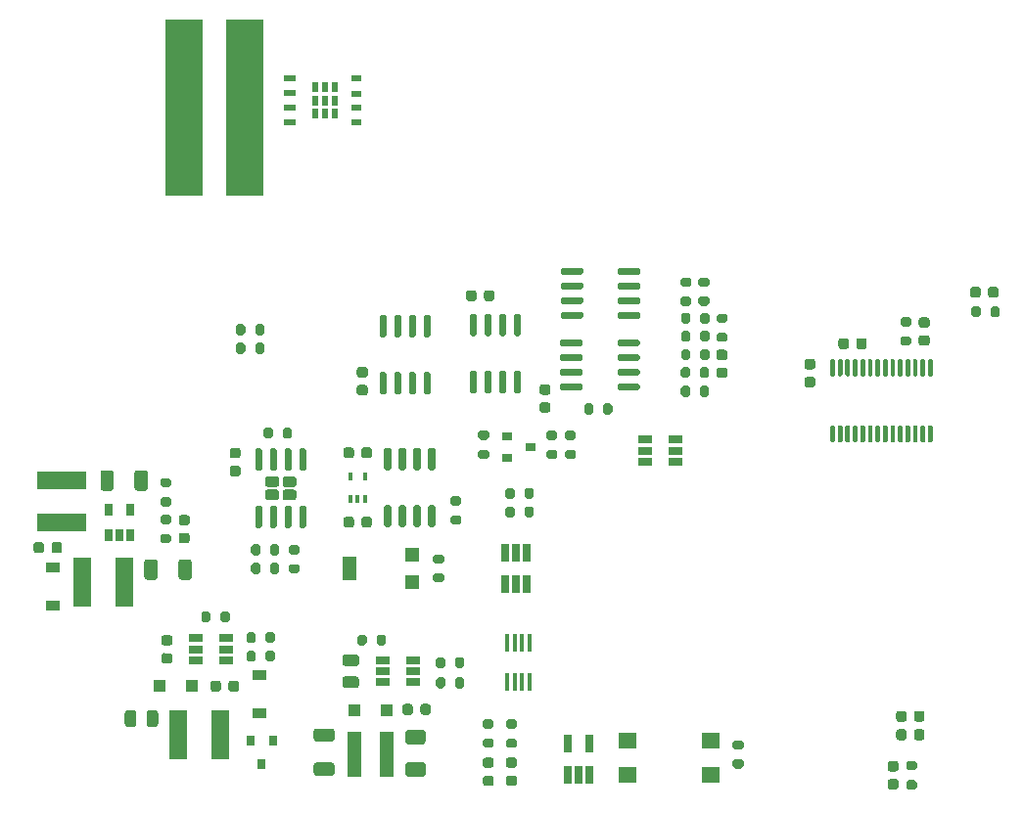
<source format=gbr>
G04 #@! TF.GenerationSoftware,KiCad,Pcbnew,5.1.7-a382d34a8~87~ubuntu18.04.1*
G04 #@! TF.CreationDate,2021-02-18T22:44:55+00:00*
G04 #@! TF.ProjectId,Laser-Driver-v3,4c617365-722d-4447-9269-7665722d7633,rev?*
G04 #@! TF.SameCoordinates,Original*
G04 #@! TF.FileFunction,Paste,Top*
G04 #@! TF.FilePolarity,Positive*
%FSLAX46Y46*%
G04 Gerber Fmt 4.6, Leading zero omitted, Abs format (unit mm)*
G04 Created by KiCad (PCBNEW 5.1.7-a382d34a8~87~ubuntu18.04.1) date 2021-02-18 22:44:55*
%MOMM*%
%LPD*%
G01*
G04 APERTURE LIST*
%ADD10R,1.300000X1.300000*%
%ADD11R,1.300000X2.000000*%
%ADD12R,1.100000X1.100000*%
%ADD13R,1.200000X3.900000*%
%ADD14R,1.500000X4.200000*%
%ADD15R,4.200000X1.500000*%
%ADD16R,3.200000X15.200000*%
%ADD17R,0.300000X1.600000*%
%ADD18R,0.400000X0.650000*%
%ADD19R,0.650000X1.560000*%
%ADD20R,1.600000X1.400000*%
%ADD21R,0.650000X1.060000*%
%ADD22R,1.200000X0.900000*%
%ADD23R,1.220000X0.650000*%
%ADD24R,0.900000X0.800000*%
%ADD25R,0.600000X0.900000*%
%ADD26R,0.900000X0.600000*%
%ADD27R,1.050000X0.600000*%
%ADD28R,0.800000X0.900000*%
G04 APERTURE END LIST*
G04 #@! TO.C,R37*
G36*
G01*
X175525000Y-77275000D02*
X175525000Y-76725000D01*
G75*
G02*
X175725000Y-76525000I200000J0D01*
G01*
X176125000Y-76525000D01*
G75*
G02*
X176325000Y-76725000I0J-200000D01*
G01*
X176325000Y-77275000D01*
G75*
G02*
X176125000Y-77475000I-200000J0D01*
G01*
X175725000Y-77475000D01*
G75*
G02*
X175525000Y-77275000I0J200000D01*
G01*
G37*
G36*
G01*
X173875000Y-77275000D02*
X173875000Y-76725000D01*
G75*
G02*
X174075000Y-76525000I200000J0D01*
G01*
X174475000Y-76525000D01*
G75*
G02*
X174675000Y-76725000I0J-200000D01*
G01*
X174675000Y-77275000D01*
G75*
G02*
X174475000Y-77475000I-200000J0D01*
G01*
X174075000Y-77475000D01*
G75*
G02*
X173875000Y-77275000I0J200000D01*
G01*
G37*
G04 #@! TD*
G04 #@! TO.C,C9*
G36*
G01*
X175325000Y-75550000D02*
X175325000Y-75050000D01*
G75*
G02*
X175550000Y-74825000I225000J0D01*
G01*
X176000000Y-74825000D01*
G75*
G02*
X176225000Y-75050000I0J-225000D01*
G01*
X176225000Y-75550000D01*
G75*
G02*
X176000000Y-75775000I-225000J0D01*
G01*
X175550000Y-75775000D01*
G75*
G02*
X175325000Y-75550000I0J225000D01*
G01*
G37*
G36*
G01*
X173775000Y-75550000D02*
X173775000Y-75050000D01*
G75*
G02*
X174000000Y-74825000I225000J0D01*
G01*
X174450000Y-74825000D01*
G75*
G02*
X174675000Y-75050000I0J-225000D01*
G01*
X174675000Y-75550000D01*
G75*
G02*
X174450000Y-75775000I-225000J0D01*
G01*
X174000000Y-75775000D01*
G75*
G02*
X173775000Y-75550000I0J225000D01*
G01*
G37*
G04 #@! TD*
G04 #@! TO.C,C8*
G36*
G01*
X163925000Y-80000000D02*
X163925000Y-79500000D01*
G75*
G02*
X164150000Y-79275000I225000J0D01*
G01*
X164600000Y-79275000D01*
G75*
G02*
X164825000Y-79500000I0J-225000D01*
G01*
X164825000Y-80000000D01*
G75*
G02*
X164600000Y-80225000I-225000J0D01*
G01*
X164150000Y-80225000D01*
G75*
G02*
X163925000Y-80000000I0J225000D01*
G01*
G37*
G36*
G01*
X162375000Y-80000000D02*
X162375000Y-79500000D01*
G75*
G02*
X162600000Y-79275000I225000J0D01*
G01*
X163050000Y-79275000D01*
G75*
G02*
X163275000Y-79500000I0J-225000D01*
G01*
X163275000Y-80000000D01*
G75*
G02*
X163050000Y-80225000I-225000J0D01*
G01*
X162600000Y-80225000D01*
G75*
G02*
X162375000Y-80000000I0J225000D01*
G01*
G37*
G04 #@! TD*
G04 #@! TO.C,C7*
G36*
G01*
X160150000Y-81975000D02*
X159650000Y-81975000D01*
G75*
G02*
X159425000Y-81750000I0J225000D01*
G01*
X159425000Y-81300000D01*
G75*
G02*
X159650000Y-81075000I225000J0D01*
G01*
X160150000Y-81075000D01*
G75*
G02*
X160375000Y-81300000I0J-225000D01*
G01*
X160375000Y-81750000D01*
G75*
G02*
X160150000Y-81975000I-225000J0D01*
G01*
G37*
G36*
G01*
X160150000Y-83525000D02*
X159650000Y-83525000D01*
G75*
G02*
X159425000Y-83300000I0J225000D01*
G01*
X159425000Y-82850000D01*
G75*
G02*
X159650000Y-82625000I225000J0D01*
G01*
X160150000Y-82625000D01*
G75*
G02*
X160375000Y-82850000I0J-225000D01*
G01*
X160375000Y-83300000D01*
G75*
G02*
X160150000Y-83525000I-225000J0D01*
G01*
G37*
G04 #@! TD*
G04 #@! TO.C,R36*
G36*
G01*
X132375000Y-113075000D02*
X131825000Y-113075000D01*
G75*
G02*
X131625000Y-112875000I0J200000D01*
G01*
X131625000Y-112475000D01*
G75*
G02*
X131825000Y-112275000I200000J0D01*
G01*
X132375000Y-112275000D01*
G75*
G02*
X132575000Y-112475000I0J-200000D01*
G01*
X132575000Y-112875000D01*
G75*
G02*
X132375000Y-113075000I-200000J0D01*
G01*
G37*
G36*
G01*
X132375000Y-114725000D02*
X131825000Y-114725000D01*
G75*
G02*
X131625000Y-114525000I0J200000D01*
G01*
X131625000Y-114125000D01*
G75*
G02*
X131825000Y-113925000I200000J0D01*
G01*
X132375000Y-113925000D01*
G75*
G02*
X132575000Y-114125000I0J-200000D01*
G01*
X132575000Y-114525000D01*
G75*
G02*
X132375000Y-114725000I-200000J0D01*
G01*
G37*
G04 #@! TD*
G04 #@! TO.C,D8*
G36*
G01*
X132356250Y-116450000D02*
X131843750Y-116450000D01*
G75*
G02*
X131625000Y-116231250I0J218750D01*
G01*
X131625000Y-115793750D01*
G75*
G02*
X131843750Y-115575000I218750J0D01*
G01*
X132356250Y-115575000D01*
G75*
G02*
X132575000Y-115793750I0J-218750D01*
G01*
X132575000Y-116231250D01*
G75*
G02*
X132356250Y-116450000I-218750J0D01*
G01*
G37*
G36*
G01*
X132356250Y-118025000D02*
X131843750Y-118025000D01*
G75*
G02*
X131625000Y-117806250I0J218750D01*
G01*
X131625000Y-117368750D01*
G75*
G02*
X131843750Y-117150000I218750J0D01*
G01*
X132356250Y-117150000D01*
G75*
G02*
X132575000Y-117368750I0J-218750D01*
G01*
X132575000Y-117806250D01*
G75*
G02*
X132356250Y-118025000I-218750J0D01*
G01*
G37*
G04 #@! TD*
G04 #@! TO.C,D6*
G36*
G01*
X134356250Y-116450000D02*
X133843750Y-116450000D01*
G75*
G02*
X133625000Y-116231250I0J218750D01*
G01*
X133625000Y-115793750D01*
G75*
G02*
X133843750Y-115575000I218750J0D01*
G01*
X134356250Y-115575000D01*
G75*
G02*
X134575000Y-115793750I0J-218750D01*
G01*
X134575000Y-116231250D01*
G75*
G02*
X134356250Y-116450000I-218750J0D01*
G01*
G37*
G36*
G01*
X134356250Y-118025000D02*
X133843750Y-118025000D01*
G75*
G02*
X133625000Y-117806250I0J218750D01*
G01*
X133625000Y-117368750D01*
G75*
G02*
X133843750Y-117150000I218750J0D01*
G01*
X134356250Y-117150000D01*
G75*
G02*
X134575000Y-117368750I0J-218750D01*
G01*
X134575000Y-117806250D01*
G75*
G02*
X134356250Y-118025000I-218750J0D01*
G01*
G37*
G04 #@! TD*
G04 #@! TO.C,C6*
G36*
G01*
X110450000Y-89675000D02*
X109950000Y-89675000D01*
G75*
G02*
X109725000Y-89450000I0J225000D01*
G01*
X109725000Y-89000000D01*
G75*
G02*
X109950000Y-88775000I225000J0D01*
G01*
X110450000Y-88775000D01*
G75*
G02*
X110675000Y-89000000I0J-225000D01*
G01*
X110675000Y-89450000D01*
G75*
G02*
X110450000Y-89675000I-225000J0D01*
G01*
G37*
G36*
G01*
X110450000Y-91225000D02*
X109950000Y-91225000D01*
G75*
G02*
X109725000Y-91000000I0J225000D01*
G01*
X109725000Y-90550000D01*
G75*
G02*
X109950000Y-90325000I225000J0D01*
G01*
X110450000Y-90325000D01*
G75*
G02*
X110675000Y-90550000I0J-225000D01*
G01*
X110675000Y-91000000D01*
G75*
G02*
X110450000Y-91225000I-225000J0D01*
G01*
G37*
G04 #@! TD*
D10*
G04 #@! TO.C,RV1*
X125550000Y-98050000D03*
D11*
X120050000Y-99200000D03*
D10*
X125550000Y-100350000D03*
G04 #@! TD*
D12*
G04 #@! TO.C,D4*
X103700000Y-109400000D03*
X106500000Y-109400000D03*
G04 #@! TD*
G04 #@! TO.C,D2*
X120500000Y-111500000D03*
X123300000Y-111500000D03*
G04 #@! TD*
D13*
G04 #@! TO.C,L1*
X123300000Y-115300000D03*
X120500000Y-115300000D03*
G04 #@! TD*
D14*
G04 #@! TO.C,L2*
X108900000Y-113600000D03*
X105300000Y-113600000D03*
G04 #@! TD*
G04 #@! TO.C,L4*
X97000000Y-100400000D03*
X100600000Y-100400000D03*
G04 #@! TD*
D15*
G04 #@! TO.C,L3*
X95200000Y-91600000D03*
X95200000Y-95200000D03*
G04 #@! TD*
G04 #@! TO.C,C21*
G36*
G01*
X119725000Y-108550000D02*
X120675000Y-108550000D01*
G75*
G02*
X120925000Y-108800000I0J-250000D01*
G01*
X120925000Y-109300000D01*
G75*
G02*
X120675000Y-109550000I-250000J0D01*
G01*
X119725000Y-109550000D01*
G75*
G02*
X119475000Y-109300000I0J250000D01*
G01*
X119475000Y-108800000D01*
G75*
G02*
X119725000Y-108550000I250000J0D01*
G01*
G37*
G36*
G01*
X119725000Y-106650000D02*
X120675000Y-106650000D01*
G75*
G02*
X120925000Y-106900000I0J-250000D01*
G01*
X120925000Y-107400000D01*
G75*
G02*
X120675000Y-107650000I-250000J0D01*
G01*
X119725000Y-107650000D01*
G75*
G02*
X119475000Y-107400000I0J250000D01*
G01*
X119475000Y-106900000D01*
G75*
G02*
X119725000Y-106650000I250000J0D01*
G01*
G37*
G04 #@! TD*
G04 #@! TO.C,C27*
G36*
G01*
X101650000Y-111725000D02*
X101650000Y-112675000D01*
G75*
G02*
X101400000Y-112925000I-250000J0D01*
G01*
X100900000Y-112925000D01*
G75*
G02*
X100650000Y-112675000I0J250000D01*
G01*
X100650000Y-111725000D01*
G75*
G02*
X100900000Y-111475000I250000J0D01*
G01*
X101400000Y-111475000D01*
G75*
G02*
X101650000Y-111725000I0J-250000D01*
G01*
G37*
G36*
G01*
X103550000Y-111725000D02*
X103550000Y-112675000D01*
G75*
G02*
X103300000Y-112925000I-250000J0D01*
G01*
X102800000Y-112925000D01*
G75*
G02*
X102550000Y-112675000I0J250000D01*
G01*
X102550000Y-111725000D01*
G75*
G02*
X102800000Y-111475000I250000J0D01*
G01*
X103300000Y-111475000D01*
G75*
G02*
X103550000Y-111725000I0J-250000D01*
G01*
G37*
G04 #@! TD*
G04 #@! TO.C,C23*
G36*
G01*
X118550001Y-114200000D02*
X117249999Y-114200000D01*
G75*
G02*
X117000000Y-113950001I0J249999D01*
G01*
X117000000Y-113299999D01*
G75*
G02*
X117249999Y-113050000I249999J0D01*
G01*
X118550001Y-113050000D01*
G75*
G02*
X118800000Y-113299999I0J-249999D01*
G01*
X118800000Y-113950001D01*
G75*
G02*
X118550001Y-114200000I-249999J0D01*
G01*
G37*
G36*
G01*
X118550001Y-117150000D02*
X117249999Y-117150000D01*
G75*
G02*
X117000000Y-116900001I0J249999D01*
G01*
X117000000Y-116249999D01*
G75*
G02*
X117249999Y-116000000I249999J0D01*
G01*
X118550001Y-116000000D01*
G75*
G02*
X118800000Y-116249999I0J-249999D01*
G01*
X118800000Y-116900001D01*
G75*
G02*
X118550001Y-117150000I-249999J0D01*
G01*
G37*
G04 #@! TD*
G04 #@! TO.C,C5*
G36*
G01*
X103500000Y-98649999D02*
X103500000Y-99950001D01*
G75*
G02*
X103250001Y-100200000I-249999J0D01*
G01*
X102599999Y-100200000D01*
G75*
G02*
X102350000Y-99950001I0J249999D01*
G01*
X102350000Y-98649999D01*
G75*
G02*
X102599999Y-98400000I249999J0D01*
G01*
X103250001Y-98400000D01*
G75*
G02*
X103500000Y-98649999I0J-249999D01*
G01*
G37*
G36*
G01*
X106450000Y-98649999D02*
X106450000Y-99950001D01*
G75*
G02*
X106200001Y-100200000I-249999J0D01*
G01*
X105549999Y-100200000D01*
G75*
G02*
X105300000Y-99950001I0J249999D01*
G01*
X105300000Y-98649999D01*
G75*
G02*
X105549999Y-98400000I249999J0D01*
G01*
X106200001Y-98400000D01*
G75*
G02*
X106450000Y-98649999I0J-249999D01*
G01*
G37*
G04 #@! TD*
G04 #@! TO.C,C3*
G36*
G01*
X99700000Y-90949999D02*
X99700000Y-92250001D01*
G75*
G02*
X99450001Y-92500000I-249999J0D01*
G01*
X98799999Y-92500000D01*
G75*
G02*
X98550000Y-92250001I0J249999D01*
G01*
X98550000Y-90949999D01*
G75*
G02*
X98799999Y-90700000I249999J0D01*
G01*
X99450001Y-90700000D01*
G75*
G02*
X99700000Y-90949999I0J-249999D01*
G01*
G37*
G36*
G01*
X102650000Y-90949999D02*
X102650000Y-92250001D01*
G75*
G02*
X102400001Y-92500000I-249999J0D01*
G01*
X101749999Y-92500000D01*
G75*
G02*
X101500000Y-92250001I0J249999D01*
G01*
X101500000Y-90949999D01*
G75*
G02*
X101749999Y-90700000I249999J0D01*
G01*
X102400001Y-90700000D01*
G75*
G02*
X102650000Y-90949999I0J-249999D01*
G01*
G37*
G04 #@! TD*
G04 #@! TO.C,R35*
G36*
G01*
X135225000Y-92975000D02*
X135225000Y-92425000D01*
G75*
G02*
X135425000Y-92225000I200000J0D01*
G01*
X135825000Y-92225000D01*
G75*
G02*
X136025000Y-92425000I0J-200000D01*
G01*
X136025000Y-92975000D01*
G75*
G02*
X135825000Y-93175000I-200000J0D01*
G01*
X135425000Y-93175000D01*
G75*
G02*
X135225000Y-92975000I0J200000D01*
G01*
G37*
G36*
G01*
X133575000Y-92975000D02*
X133575000Y-92425000D01*
G75*
G02*
X133775000Y-92225000I200000J0D01*
G01*
X134175000Y-92225000D01*
G75*
G02*
X134375000Y-92425000I0J-200000D01*
G01*
X134375000Y-92975000D01*
G75*
G02*
X134175000Y-93175000I-200000J0D01*
G01*
X133775000Y-93175000D01*
G75*
G02*
X133575000Y-92975000I0J200000D01*
G01*
G37*
G04 #@! TD*
G04 #@! TO.C,R9*
G36*
G01*
X135225000Y-94575000D02*
X135225000Y-94025000D01*
G75*
G02*
X135425000Y-93825000I200000J0D01*
G01*
X135825000Y-93825000D01*
G75*
G02*
X136025000Y-94025000I0J-200000D01*
G01*
X136025000Y-94575000D01*
G75*
G02*
X135825000Y-94775000I-200000J0D01*
G01*
X135425000Y-94775000D01*
G75*
G02*
X135225000Y-94575000I0J200000D01*
G01*
G37*
G36*
G01*
X133575000Y-94575000D02*
X133575000Y-94025000D01*
G75*
G02*
X133775000Y-93825000I200000J0D01*
G01*
X134175000Y-93825000D01*
G75*
G02*
X134375000Y-94025000I0J-200000D01*
G01*
X134375000Y-94575000D01*
G75*
G02*
X134175000Y-94775000I-200000J0D01*
G01*
X133775000Y-94775000D01*
G75*
G02*
X133575000Y-94575000I0J200000D01*
G01*
G37*
G04 #@! TD*
D16*
G04 #@! TO.C,R7*
X105800000Y-59300000D03*
X111000000Y-59300000D03*
G04 #@! TD*
D17*
G04 #@! TO.C,U15*
X133725000Y-105600000D03*
X134375000Y-105600000D03*
X135025000Y-105600000D03*
X135675000Y-105600000D03*
X135675000Y-109000000D03*
X135025000Y-109000000D03*
X134375000Y-109000000D03*
X133725000Y-109000000D03*
G04 #@! TD*
D18*
G04 #@! TO.C,U14*
X120150000Y-91250000D03*
X121450000Y-91250000D03*
X120800000Y-93150000D03*
X121450000Y-93150000D03*
X120150000Y-93150000D03*
G04 #@! TD*
D19*
G04 #@! TO.C,U13*
X138950000Y-114350000D03*
X140850000Y-114350000D03*
X140850000Y-117050000D03*
X139900000Y-117050000D03*
X138950000Y-117050000D03*
G04 #@! TD*
G04 #@! TO.C,U12*
X134500000Y-97850000D03*
X133550000Y-97850000D03*
X135450000Y-97850000D03*
X135450000Y-100550000D03*
X134500000Y-100550000D03*
X133550000Y-100550000D03*
G04 #@! TD*
G04 #@! TO.C,U1*
G36*
G01*
X115275000Y-92160000D02*
X114525000Y-92160000D01*
G75*
G02*
X114295000Y-91930000I0J230000D01*
G01*
X114295000Y-91470000D01*
G75*
G02*
X114525000Y-91240000I230000J0D01*
G01*
X115275000Y-91240000D01*
G75*
G02*
X115505000Y-91470000I0J-230000D01*
G01*
X115505000Y-91930000D01*
G75*
G02*
X115275000Y-92160000I-230000J0D01*
G01*
G37*
G36*
G01*
X113775000Y-92160000D02*
X113025000Y-92160000D01*
G75*
G02*
X112795000Y-91930000I0J230000D01*
G01*
X112795000Y-91470000D01*
G75*
G02*
X113025000Y-91240000I230000J0D01*
G01*
X113775000Y-91240000D01*
G75*
G02*
X114005000Y-91470000I0J-230000D01*
G01*
X114005000Y-91930000D01*
G75*
G02*
X113775000Y-92160000I-230000J0D01*
G01*
G37*
G36*
G01*
X115275000Y-93300000D02*
X114525000Y-93300000D01*
G75*
G02*
X114295000Y-93070000I0J230000D01*
G01*
X114295000Y-92610000D01*
G75*
G02*
X114525000Y-92380000I230000J0D01*
G01*
X115275000Y-92380000D01*
G75*
G02*
X115505000Y-92610000I0J-230000D01*
G01*
X115505000Y-93070000D01*
G75*
G02*
X115275000Y-93300000I-230000J0D01*
G01*
G37*
G36*
G01*
X113775000Y-93300000D02*
X113025000Y-93300000D01*
G75*
G02*
X112795000Y-93070000I0J230000D01*
G01*
X112795000Y-92610000D01*
G75*
G02*
X113025000Y-92380000I230000J0D01*
G01*
X113775000Y-92380000D01*
G75*
G02*
X114005000Y-92610000I0J-230000D01*
G01*
X114005000Y-93070000D01*
G75*
G02*
X113775000Y-93300000I-230000J0D01*
G01*
G37*
G36*
G01*
X112395000Y-90770000D02*
X112095000Y-90770000D01*
G75*
G02*
X111945000Y-90620000I0J150000D01*
G01*
X111945000Y-88970000D01*
G75*
G02*
X112095000Y-88820000I150000J0D01*
G01*
X112395000Y-88820000D01*
G75*
G02*
X112545000Y-88970000I0J-150000D01*
G01*
X112545000Y-90620000D01*
G75*
G02*
X112395000Y-90770000I-150000J0D01*
G01*
G37*
G36*
G01*
X113665000Y-90770000D02*
X113365000Y-90770000D01*
G75*
G02*
X113215000Y-90620000I0J150000D01*
G01*
X113215000Y-88970000D01*
G75*
G02*
X113365000Y-88820000I150000J0D01*
G01*
X113665000Y-88820000D01*
G75*
G02*
X113815000Y-88970000I0J-150000D01*
G01*
X113815000Y-90620000D01*
G75*
G02*
X113665000Y-90770000I-150000J0D01*
G01*
G37*
G36*
G01*
X114935000Y-90770000D02*
X114635000Y-90770000D01*
G75*
G02*
X114485000Y-90620000I0J150000D01*
G01*
X114485000Y-88970000D01*
G75*
G02*
X114635000Y-88820000I150000J0D01*
G01*
X114935000Y-88820000D01*
G75*
G02*
X115085000Y-88970000I0J-150000D01*
G01*
X115085000Y-90620000D01*
G75*
G02*
X114935000Y-90770000I-150000J0D01*
G01*
G37*
G36*
G01*
X116205000Y-90770000D02*
X115905000Y-90770000D01*
G75*
G02*
X115755000Y-90620000I0J150000D01*
G01*
X115755000Y-88970000D01*
G75*
G02*
X115905000Y-88820000I150000J0D01*
G01*
X116205000Y-88820000D01*
G75*
G02*
X116355000Y-88970000I0J-150000D01*
G01*
X116355000Y-90620000D01*
G75*
G02*
X116205000Y-90770000I-150000J0D01*
G01*
G37*
G36*
G01*
X116205000Y-95720000D02*
X115905000Y-95720000D01*
G75*
G02*
X115755000Y-95570000I0J150000D01*
G01*
X115755000Y-93920000D01*
G75*
G02*
X115905000Y-93770000I150000J0D01*
G01*
X116205000Y-93770000D01*
G75*
G02*
X116355000Y-93920000I0J-150000D01*
G01*
X116355000Y-95570000D01*
G75*
G02*
X116205000Y-95720000I-150000J0D01*
G01*
G37*
G36*
G01*
X114935000Y-95720000D02*
X114635000Y-95720000D01*
G75*
G02*
X114485000Y-95570000I0J150000D01*
G01*
X114485000Y-93920000D01*
G75*
G02*
X114635000Y-93770000I150000J0D01*
G01*
X114935000Y-93770000D01*
G75*
G02*
X115085000Y-93920000I0J-150000D01*
G01*
X115085000Y-95570000D01*
G75*
G02*
X114935000Y-95720000I-150000J0D01*
G01*
G37*
G36*
G01*
X113665000Y-95720000D02*
X113365000Y-95720000D01*
G75*
G02*
X113215000Y-95570000I0J150000D01*
G01*
X113215000Y-93920000D01*
G75*
G02*
X113365000Y-93770000I150000J0D01*
G01*
X113665000Y-93770000D01*
G75*
G02*
X113815000Y-93920000I0J-150000D01*
G01*
X113815000Y-95570000D01*
G75*
G02*
X113665000Y-95720000I-150000J0D01*
G01*
G37*
G36*
G01*
X112395000Y-95720000D02*
X112095000Y-95720000D01*
G75*
G02*
X111945000Y-95570000I0J150000D01*
G01*
X111945000Y-93920000D01*
G75*
G02*
X112095000Y-93770000I150000J0D01*
G01*
X112395000Y-93770000D01*
G75*
G02*
X112545000Y-93920000I0J-150000D01*
G01*
X112545000Y-95570000D01*
G75*
G02*
X112395000Y-95720000I-150000J0D01*
G01*
G37*
G04 #@! TD*
D20*
G04 #@! TO.C,SW1*
X151300000Y-114100000D03*
X144100000Y-114100000D03*
X151300000Y-117100000D03*
X144100000Y-117100000D03*
G04 #@! TD*
G04 #@! TO.C,U6*
G36*
G01*
X130945000Y-79100000D02*
X130645000Y-79100000D01*
G75*
G02*
X130495000Y-78950000I0J150000D01*
G01*
X130495000Y-77300000D01*
G75*
G02*
X130645000Y-77150000I150000J0D01*
G01*
X130945000Y-77150000D01*
G75*
G02*
X131095000Y-77300000I0J-150000D01*
G01*
X131095000Y-78950000D01*
G75*
G02*
X130945000Y-79100000I-150000J0D01*
G01*
G37*
G36*
G01*
X132215000Y-79100000D02*
X131915000Y-79100000D01*
G75*
G02*
X131765000Y-78950000I0J150000D01*
G01*
X131765000Y-77300000D01*
G75*
G02*
X131915000Y-77150000I150000J0D01*
G01*
X132215000Y-77150000D01*
G75*
G02*
X132365000Y-77300000I0J-150000D01*
G01*
X132365000Y-78950000D01*
G75*
G02*
X132215000Y-79100000I-150000J0D01*
G01*
G37*
G36*
G01*
X133485000Y-79100000D02*
X133185000Y-79100000D01*
G75*
G02*
X133035000Y-78950000I0J150000D01*
G01*
X133035000Y-77300000D01*
G75*
G02*
X133185000Y-77150000I150000J0D01*
G01*
X133485000Y-77150000D01*
G75*
G02*
X133635000Y-77300000I0J-150000D01*
G01*
X133635000Y-78950000D01*
G75*
G02*
X133485000Y-79100000I-150000J0D01*
G01*
G37*
G36*
G01*
X134755000Y-79100000D02*
X134455000Y-79100000D01*
G75*
G02*
X134305000Y-78950000I0J150000D01*
G01*
X134305000Y-77300000D01*
G75*
G02*
X134455000Y-77150000I150000J0D01*
G01*
X134755000Y-77150000D01*
G75*
G02*
X134905000Y-77300000I0J-150000D01*
G01*
X134905000Y-78950000D01*
G75*
G02*
X134755000Y-79100000I-150000J0D01*
G01*
G37*
G36*
G01*
X134755000Y-84050000D02*
X134455000Y-84050000D01*
G75*
G02*
X134305000Y-83900000I0J150000D01*
G01*
X134305000Y-82250000D01*
G75*
G02*
X134455000Y-82100000I150000J0D01*
G01*
X134755000Y-82100000D01*
G75*
G02*
X134905000Y-82250000I0J-150000D01*
G01*
X134905000Y-83900000D01*
G75*
G02*
X134755000Y-84050000I-150000J0D01*
G01*
G37*
G36*
G01*
X133485000Y-84050000D02*
X133185000Y-84050000D01*
G75*
G02*
X133035000Y-83900000I0J150000D01*
G01*
X133035000Y-82250000D01*
G75*
G02*
X133185000Y-82100000I150000J0D01*
G01*
X133485000Y-82100000D01*
G75*
G02*
X133635000Y-82250000I0J-150000D01*
G01*
X133635000Y-83900000D01*
G75*
G02*
X133485000Y-84050000I-150000J0D01*
G01*
G37*
G36*
G01*
X132215000Y-84050000D02*
X131915000Y-84050000D01*
G75*
G02*
X131765000Y-83900000I0J150000D01*
G01*
X131765000Y-82250000D01*
G75*
G02*
X131915000Y-82100000I150000J0D01*
G01*
X132215000Y-82100000D01*
G75*
G02*
X132365000Y-82250000I0J-150000D01*
G01*
X132365000Y-83900000D01*
G75*
G02*
X132215000Y-84050000I-150000J0D01*
G01*
G37*
G36*
G01*
X130945000Y-84050000D02*
X130645000Y-84050000D01*
G75*
G02*
X130495000Y-83900000I0J150000D01*
G01*
X130495000Y-82250000D01*
G75*
G02*
X130645000Y-82100000I150000J0D01*
G01*
X130945000Y-82100000D01*
G75*
G02*
X131095000Y-82250000I0J-150000D01*
G01*
X131095000Y-83900000D01*
G75*
G02*
X130945000Y-84050000I-150000J0D01*
G01*
G37*
G04 #@! TD*
G04 #@! TO.C,U5*
G36*
G01*
X140250000Y-83355000D02*
X140250000Y-83655000D01*
G75*
G02*
X140100000Y-83805000I-150000J0D01*
G01*
X138450000Y-83805000D01*
G75*
G02*
X138300000Y-83655000I0J150000D01*
G01*
X138300000Y-83355000D01*
G75*
G02*
X138450000Y-83205000I150000J0D01*
G01*
X140100000Y-83205000D01*
G75*
G02*
X140250000Y-83355000I0J-150000D01*
G01*
G37*
G36*
G01*
X140250000Y-82085000D02*
X140250000Y-82385000D01*
G75*
G02*
X140100000Y-82535000I-150000J0D01*
G01*
X138450000Y-82535000D01*
G75*
G02*
X138300000Y-82385000I0J150000D01*
G01*
X138300000Y-82085000D01*
G75*
G02*
X138450000Y-81935000I150000J0D01*
G01*
X140100000Y-81935000D01*
G75*
G02*
X140250000Y-82085000I0J-150000D01*
G01*
G37*
G36*
G01*
X140250000Y-80815000D02*
X140250000Y-81115000D01*
G75*
G02*
X140100000Y-81265000I-150000J0D01*
G01*
X138450000Y-81265000D01*
G75*
G02*
X138300000Y-81115000I0J150000D01*
G01*
X138300000Y-80815000D01*
G75*
G02*
X138450000Y-80665000I150000J0D01*
G01*
X140100000Y-80665000D01*
G75*
G02*
X140250000Y-80815000I0J-150000D01*
G01*
G37*
G36*
G01*
X140250000Y-79545000D02*
X140250000Y-79845000D01*
G75*
G02*
X140100000Y-79995000I-150000J0D01*
G01*
X138450000Y-79995000D01*
G75*
G02*
X138300000Y-79845000I0J150000D01*
G01*
X138300000Y-79545000D01*
G75*
G02*
X138450000Y-79395000I150000J0D01*
G01*
X140100000Y-79395000D01*
G75*
G02*
X140250000Y-79545000I0J-150000D01*
G01*
G37*
G36*
G01*
X145200000Y-79545000D02*
X145200000Y-79845000D01*
G75*
G02*
X145050000Y-79995000I-150000J0D01*
G01*
X143400000Y-79995000D01*
G75*
G02*
X143250000Y-79845000I0J150000D01*
G01*
X143250000Y-79545000D01*
G75*
G02*
X143400000Y-79395000I150000J0D01*
G01*
X145050000Y-79395000D01*
G75*
G02*
X145200000Y-79545000I0J-150000D01*
G01*
G37*
G36*
G01*
X145200000Y-80815000D02*
X145200000Y-81115000D01*
G75*
G02*
X145050000Y-81265000I-150000J0D01*
G01*
X143400000Y-81265000D01*
G75*
G02*
X143250000Y-81115000I0J150000D01*
G01*
X143250000Y-80815000D01*
G75*
G02*
X143400000Y-80665000I150000J0D01*
G01*
X145050000Y-80665000D01*
G75*
G02*
X145200000Y-80815000I0J-150000D01*
G01*
G37*
G36*
G01*
X145200000Y-82085000D02*
X145200000Y-82385000D01*
G75*
G02*
X145050000Y-82535000I-150000J0D01*
G01*
X143400000Y-82535000D01*
G75*
G02*
X143250000Y-82385000I0J150000D01*
G01*
X143250000Y-82085000D01*
G75*
G02*
X143400000Y-81935000I150000J0D01*
G01*
X145050000Y-81935000D01*
G75*
G02*
X145200000Y-82085000I0J-150000D01*
G01*
G37*
G36*
G01*
X145200000Y-83355000D02*
X145200000Y-83655000D01*
G75*
G02*
X145050000Y-83805000I-150000J0D01*
G01*
X143400000Y-83805000D01*
G75*
G02*
X143250000Y-83655000I0J150000D01*
G01*
X143250000Y-83355000D01*
G75*
G02*
X143400000Y-83205000I150000J0D01*
G01*
X145050000Y-83205000D01*
G75*
G02*
X145200000Y-83355000I0J-150000D01*
G01*
G37*
G04 #@! TD*
G04 #@! TO.C,C18*
G36*
G01*
X152050000Y-81825000D02*
X152550000Y-81825000D01*
G75*
G02*
X152775000Y-82050000I0J-225000D01*
G01*
X152775000Y-82500000D01*
G75*
G02*
X152550000Y-82725000I-225000J0D01*
G01*
X152050000Y-82725000D01*
G75*
G02*
X151825000Y-82500000I0J225000D01*
G01*
X151825000Y-82050000D01*
G75*
G02*
X152050000Y-81825000I225000J0D01*
G01*
G37*
G36*
G01*
X152050000Y-80275000D02*
X152550000Y-80275000D01*
G75*
G02*
X152775000Y-80500000I0J-225000D01*
G01*
X152775000Y-80950000D01*
G75*
G02*
X152550000Y-81175000I-225000J0D01*
G01*
X152050000Y-81175000D01*
G75*
G02*
X151825000Y-80950000I0J225000D01*
G01*
X151825000Y-80500000D01*
G75*
G02*
X152050000Y-80275000I225000J0D01*
G01*
G37*
G04 #@! TD*
G04 #@! TO.C,C4*
G36*
G01*
X105550000Y-96125000D02*
X106050000Y-96125000D01*
G75*
G02*
X106275000Y-96350000I0J-225000D01*
G01*
X106275000Y-96800000D01*
G75*
G02*
X106050000Y-97025000I-225000J0D01*
G01*
X105550000Y-97025000D01*
G75*
G02*
X105325000Y-96800000I0J225000D01*
G01*
X105325000Y-96350000D01*
G75*
G02*
X105550000Y-96125000I225000J0D01*
G01*
G37*
G36*
G01*
X105550000Y-94575000D02*
X106050000Y-94575000D01*
G75*
G02*
X106275000Y-94800000I0J-225000D01*
G01*
X106275000Y-95250000D01*
G75*
G02*
X106050000Y-95475000I-225000J0D01*
G01*
X105550000Y-95475000D01*
G75*
G02*
X105325000Y-95250000I0J225000D01*
G01*
X105325000Y-94800000D01*
G75*
G02*
X105550000Y-94575000I225000J0D01*
G01*
G37*
G04 #@! TD*
G04 #@! TO.C,C2*
G36*
G01*
X94325000Y-97650000D02*
X94325000Y-97150000D01*
G75*
G02*
X94550000Y-96925000I225000J0D01*
G01*
X95000000Y-96925000D01*
G75*
G02*
X95225000Y-97150000I0J-225000D01*
G01*
X95225000Y-97650000D01*
G75*
G02*
X95000000Y-97875000I-225000J0D01*
G01*
X94550000Y-97875000D01*
G75*
G02*
X94325000Y-97650000I0J225000D01*
G01*
G37*
G36*
G01*
X92775000Y-97650000D02*
X92775000Y-97150000D01*
G75*
G02*
X93000000Y-96925000I225000J0D01*
G01*
X93450000Y-96925000D01*
G75*
G02*
X93675000Y-97150000I0J-225000D01*
G01*
X93675000Y-97650000D01*
G75*
G02*
X93450000Y-97875000I-225000J0D01*
G01*
X93000000Y-97875000D01*
G75*
G02*
X92775000Y-97650000I0J225000D01*
G01*
G37*
G04 #@! TD*
D21*
G04 #@! TO.C,U9*
X99250000Y-94100000D03*
X101150000Y-94100000D03*
X101150000Y-96300000D03*
X100200000Y-96300000D03*
X99250000Y-96300000D03*
G04 #@! TD*
G04 #@! TO.C,R17*
G36*
G01*
X104475000Y-92175000D02*
X103925000Y-92175000D01*
G75*
G02*
X103725000Y-91975000I0J200000D01*
G01*
X103725000Y-91575000D01*
G75*
G02*
X103925000Y-91375000I200000J0D01*
G01*
X104475000Y-91375000D01*
G75*
G02*
X104675000Y-91575000I0J-200000D01*
G01*
X104675000Y-91975000D01*
G75*
G02*
X104475000Y-92175000I-200000J0D01*
G01*
G37*
G36*
G01*
X104475000Y-93825000D02*
X103925000Y-93825000D01*
G75*
G02*
X103725000Y-93625000I0J200000D01*
G01*
X103725000Y-93225000D01*
G75*
G02*
X103925000Y-93025000I200000J0D01*
G01*
X104475000Y-93025000D01*
G75*
G02*
X104675000Y-93225000I0J-200000D01*
G01*
X104675000Y-93625000D01*
G75*
G02*
X104475000Y-93825000I-200000J0D01*
G01*
G37*
G04 #@! TD*
G04 #@! TO.C,R16*
G36*
G01*
X104475000Y-95375000D02*
X103925000Y-95375000D01*
G75*
G02*
X103725000Y-95175000I0J200000D01*
G01*
X103725000Y-94775000D01*
G75*
G02*
X103925000Y-94575000I200000J0D01*
G01*
X104475000Y-94575000D01*
G75*
G02*
X104675000Y-94775000I0J-200000D01*
G01*
X104675000Y-95175000D01*
G75*
G02*
X104475000Y-95375000I-200000J0D01*
G01*
G37*
G36*
G01*
X104475000Y-97025000D02*
X103925000Y-97025000D01*
G75*
G02*
X103725000Y-96825000I0J200000D01*
G01*
X103725000Y-96425000D01*
G75*
G02*
X103925000Y-96225000I200000J0D01*
G01*
X104475000Y-96225000D01*
G75*
G02*
X104675000Y-96425000I0J-200000D01*
G01*
X104675000Y-96825000D01*
G75*
G02*
X104475000Y-97025000I-200000J0D01*
G01*
G37*
G04 #@! TD*
D22*
G04 #@! TO.C,D7*
X94400000Y-99150000D03*
X94400000Y-102450000D03*
G04 #@! TD*
G04 #@! TO.C,U16*
G36*
G01*
X123145000Y-79200000D02*
X122845000Y-79200000D01*
G75*
G02*
X122695000Y-79050000I0J150000D01*
G01*
X122695000Y-77400000D01*
G75*
G02*
X122845000Y-77250000I150000J0D01*
G01*
X123145000Y-77250000D01*
G75*
G02*
X123295000Y-77400000I0J-150000D01*
G01*
X123295000Y-79050000D01*
G75*
G02*
X123145000Y-79200000I-150000J0D01*
G01*
G37*
G36*
G01*
X124415000Y-79200000D02*
X124115000Y-79200000D01*
G75*
G02*
X123965000Y-79050000I0J150000D01*
G01*
X123965000Y-77400000D01*
G75*
G02*
X124115000Y-77250000I150000J0D01*
G01*
X124415000Y-77250000D01*
G75*
G02*
X124565000Y-77400000I0J-150000D01*
G01*
X124565000Y-79050000D01*
G75*
G02*
X124415000Y-79200000I-150000J0D01*
G01*
G37*
G36*
G01*
X125685000Y-79200000D02*
X125385000Y-79200000D01*
G75*
G02*
X125235000Y-79050000I0J150000D01*
G01*
X125235000Y-77400000D01*
G75*
G02*
X125385000Y-77250000I150000J0D01*
G01*
X125685000Y-77250000D01*
G75*
G02*
X125835000Y-77400000I0J-150000D01*
G01*
X125835000Y-79050000D01*
G75*
G02*
X125685000Y-79200000I-150000J0D01*
G01*
G37*
G36*
G01*
X126955000Y-79200000D02*
X126655000Y-79200000D01*
G75*
G02*
X126505000Y-79050000I0J150000D01*
G01*
X126505000Y-77400000D01*
G75*
G02*
X126655000Y-77250000I150000J0D01*
G01*
X126955000Y-77250000D01*
G75*
G02*
X127105000Y-77400000I0J-150000D01*
G01*
X127105000Y-79050000D01*
G75*
G02*
X126955000Y-79200000I-150000J0D01*
G01*
G37*
G36*
G01*
X126955000Y-84150000D02*
X126655000Y-84150000D01*
G75*
G02*
X126505000Y-84000000I0J150000D01*
G01*
X126505000Y-82350000D01*
G75*
G02*
X126655000Y-82200000I150000J0D01*
G01*
X126955000Y-82200000D01*
G75*
G02*
X127105000Y-82350000I0J-150000D01*
G01*
X127105000Y-84000000D01*
G75*
G02*
X126955000Y-84150000I-150000J0D01*
G01*
G37*
G36*
G01*
X125685000Y-84150000D02*
X125385000Y-84150000D01*
G75*
G02*
X125235000Y-84000000I0J150000D01*
G01*
X125235000Y-82350000D01*
G75*
G02*
X125385000Y-82200000I150000J0D01*
G01*
X125685000Y-82200000D01*
G75*
G02*
X125835000Y-82350000I0J-150000D01*
G01*
X125835000Y-84000000D01*
G75*
G02*
X125685000Y-84150000I-150000J0D01*
G01*
G37*
G36*
G01*
X124415000Y-84150000D02*
X124115000Y-84150000D01*
G75*
G02*
X123965000Y-84000000I0J150000D01*
G01*
X123965000Y-82350000D01*
G75*
G02*
X124115000Y-82200000I150000J0D01*
G01*
X124415000Y-82200000D01*
G75*
G02*
X124565000Y-82350000I0J-150000D01*
G01*
X124565000Y-84000000D01*
G75*
G02*
X124415000Y-84150000I-150000J0D01*
G01*
G37*
G36*
G01*
X123145000Y-84150000D02*
X122845000Y-84150000D01*
G75*
G02*
X122695000Y-84000000I0J150000D01*
G01*
X122695000Y-82350000D01*
G75*
G02*
X122845000Y-82200000I150000J0D01*
G01*
X123145000Y-82200000D01*
G75*
G02*
X123295000Y-82350000I0J-150000D01*
G01*
X123295000Y-84000000D01*
G75*
G02*
X123145000Y-84150000I-150000J0D01*
G01*
G37*
G04 #@! TD*
G04 #@! TO.C,U11*
G36*
G01*
X127055000Y-93700000D02*
X127355000Y-93700000D01*
G75*
G02*
X127505000Y-93850000I0J-150000D01*
G01*
X127505000Y-95500000D01*
G75*
G02*
X127355000Y-95650000I-150000J0D01*
G01*
X127055000Y-95650000D01*
G75*
G02*
X126905000Y-95500000I0J150000D01*
G01*
X126905000Y-93850000D01*
G75*
G02*
X127055000Y-93700000I150000J0D01*
G01*
G37*
G36*
G01*
X125785000Y-93700000D02*
X126085000Y-93700000D01*
G75*
G02*
X126235000Y-93850000I0J-150000D01*
G01*
X126235000Y-95500000D01*
G75*
G02*
X126085000Y-95650000I-150000J0D01*
G01*
X125785000Y-95650000D01*
G75*
G02*
X125635000Y-95500000I0J150000D01*
G01*
X125635000Y-93850000D01*
G75*
G02*
X125785000Y-93700000I150000J0D01*
G01*
G37*
G36*
G01*
X124515000Y-93700000D02*
X124815000Y-93700000D01*
G75*
G02*
X124965000Y-93850000I0J-150000D01*
G01*
X124965000Y-95500000D01*
G75*
G02*
X124815000Y-95650000I-150000J0D01*
G01*
X124515000Y-95650000D01*
G75*
G02*
X124365000Y-95500000I0J150000D01*
G01*
X124365000Y-93850000D01*
G75*
G02*
X124515000Y-93700000I150000J0D01*
G01*
G37*
G36*
G01*
X123245000Y-93700000D02*
X123545000Y-93700000D01*
G75*
G02*
X123695000Y-93850000I0J-150000D01*
G01*
X123695000Y-95500000D01*
G75*
G02*
X123545000Y-95650000I-150000J0D01*
G01*
X123245000Y-95650000D01*
G75*
G02*
X123095000Y-95500000I0J150000D01*
G01*
X123095000Y-93850000D01*
G75*
G02*
X123245000Y-93700000I150000J0D01*
G01*
G37*
G36*
G01*
X123245000Y-88750000D02*
X123545000Y-88750000D01*
G75*
G02*
X123695000Y-88900000I0J-150000D01*
G01*
X123695000Y-90550000D01*
G75*
G02*
X123545000Y-90700000I-150000J0D01*
G01*
X123245000Y-90700000D01*
G75*
G02*
X123095000Y-90550000I0J150000D01*
G01*
X123095000Y-88900000D01*
G75*
G02*
X123245000Y-88750000I150000J0D01*
G01*
G37*
G36*
G01*
X124515000Y-88750000D02*
X124815000Y-88750000D01*
G75*
G02*
X124965000Y-88900000I0J-150000D01*
G01*
X124965000Y-90550000D01*
G75*
G02*
X124815000Y-90700000I-150000J0D01*
G01*
X124515000Y-90700000D01*
G75*
G02*
X124365000Y-90550000I0J150000D01*
G01*
X124365000Y-88900000D01*
G75*
G02*
X124515000Y-88750000I150000J0D01*
G01*
G37*
G36*
G01*
X125785000Y-88750000D02*
X126085000Y-88750000D01*
G75*
G02*
X126235000Y-88900000I0J-150000D01*
G01*
X126235000Y-90550000D01*
G75*
G02*
X126085000Y-90700000I-150000J0D01*
G01*
X125785000Y-90700000D01*
G75*
G02*
X125635000Y-90550000I0J150000D01*
G01*
X125635000Y-88900000D01*
G75*
G02*
X125785000Y-88750000I150000J0D01*
G01*
G37*
G36*
G01*
X127055000Y-88750000D02*
X127355000Y-88750000D01*
G75*
G02*
X127505000Y-88900000I0J-150000D01*
G01*
X127505000Y-90550000D01*
G75*
G02*
X127355000Y-90700000I-150000J0D01*
G01*
X127055000Y-90700000D01*
G75*
G02*
X126905000Y-90550000I0J150000D01*
G01*
X126905000Y-88900000D01*
G75*
G02*
X127055000Y-88750000I150000J0D01*
G01*
G37*
G04 #@! TD*
D23*
G04 #@! TO.C,U10*
X106840000Y-107150000D03*
X106840000Y-106200000D03*
X106840000Y-105250000D03*
X109460000Y-105250000D03*
X109460000Y-106200000D03*
X109460000Y-107150000D03*
G04 #@! TD*
G04 #@! TO.C,U8*
X122990000Y-109050000D03*
X122990000Y-108100000D03*
X122990000Y-107150000D03*
X125610000Y-107150000D03*
X125610000Y-108100000D03*
X125610000Y-109050000D03*
G04 #@! TD*
G04 #@! TO.C,U7*
G36*
G01*
X143300000Y-73645000D02*
X143300000Y-73345000D01*
G75*
G02*
X143450000Y-73195000I150000J0D01*
G01*
X145100000Y-73195000D01*
G75*
G02*
X145250000Y-73345000I0J-150000D01*
G01*
X145250000Y-73645000D01*
G75*
G02*
X145100000Y-73795000I-150000J0D01*
G01*
X143450000Y-73795000D01*
G75*
G02*
X143300000Y-73645000I0J150000D01*
G01*
G37*
G36*
G01*
X143300000Y-74915000D02*
X143300000Y-74615000D01*
G75*
G02*
X143450000Y-74465000I150000J0D01*
G01*
X145100000Y-74465000D01*
G75*
G02*
X145250000Y-74615000I0J-150000D01*
G01*
X145250000Y-74915000D01*
G75*
G02*
X145100000Y-75065000I-150000J0D01*
G01*
X143450000Y-75065000D01*
G75*
G02*
X143300000Y-74915000I0J150000D01*
G01*
G37*
G36*
G01*
X143300000Y-76185000D02*
X143300000Y-75885000D01*
G75*
G02*
X143450000Y-75735000I150000J0D01*
G01*
X145100000Y-75735000D01*
G75*
G02*
X145250000Y-75885000I0J-150000D01*
G01*
X145250000Y-76185000D01*
G75*
G02*
X145100000Y-76335000I-150000J0D01*
G01*
X143450000Y-76335000D01*
G75*
G02*
X143300000Y-76185000I0J150000D01*
G01*
G37*
G36*
G01*
X143300000Y-77455000D02*
X143300000Y-77155000D01*
G75*
G02*
X143450000Y-77005000I150000J0D01*
G01*
X145100000Y-77005000D01*
G75*
G02*
X145250000Y-77155000I0J-150000D01*
G01*
X145250000Y-77455000D01*
G75*
G02*
X145100000Y-77605000I-150000J0D01*
G01*
X143450000Y-77605000D01*
G75*
G02*
X143300000Y-77455000I0J150000D01*
G01*
G37*
G36*
G01*
X138350000Y-77455000D02*
X138350000Y-77155000D01*
G75*
G02*
X138500000Y-77005000I150000J0D01*
G01*
X140150000Y-77005000D01*
G75*
G02*
X140300000Y-77155000I0J-150000D01*
G01*
X140300000Y-77455000D01*
G75*
G02*
X140150000Y-77605000I-150000J0D01*
G01*
X138500000Y-77605000D01*
G75*
G02*
X138350000Y-77455000I0J150000D01*
G01*
G37*
G36*
G01*
X138350000Y-76185000D02*
X138350000Y-75885000D01*
G75*
G02*
X138500000Y-75735000I150000J0D01*
G01*
X140150000Y-75735000D01*
G75*
G02*
X140300000Y-75885000I0J-150000D01*
G01*
X140300000Y-76185000D01*
G75*
G02*
X140150000Y-76335000I-150000J0D01*
G01*
X138500000Y-76335000D01*
G75*
G02*
X138350000Y-76185000I0J150000D01*
G01*
G37*
G36*
G01*
X138350000Y-74915000D02*
X138350000Y-74615000D01*
G75*
G02*
X138500000Y-74465000I150000J0D01*
G01*
X140150000Y-74465000D01*
G75*
G02*
X140300000Y-74615000I0J-150000D01*
G01*
X140300000Y-74915000D01*
G75*
G02*
X140150000Y-75065000I-150000J0D01*
G01*
X138500000Y-75065000D01*
G75*
G02*
X138350000Y-74915000I0J150000D01*
G01*
G37*
G36*
G01*
X138350000Y-73645000D02*
X138350000Y-73345000D01*
G75*
G02*
X138500000Y-73195000I150000J0D01*
G01*
X140150000Y-73195000D01*
G75*
G02*
X140300000Y-73345000I0J-150000D01*
G01*
X140300000Y-73645000D01*
G75*
G02*
X140150000Y-73795000I-150000J0D01*
G01*
X138500000Y-73795000D01*
G75*
G02*
X138350000Y-73645000I0J150000D01*
G01*
G37*
G04 #@! TD*
G04 #@! TO.C,U4*
G36*
G01*
X161975000Y-82575000D02*
X161775000Y-82575000D01*
G75*
G02*
X161675000Y-82475000I0J100000D01*
G01*
X161675000Y-81200000D01*
G75*
G02*
X161775000Y-81100000I100000J0D01*
G01*
X161975000Y-81100000D01*
G75*
G02*
X162075000Y-81200000I0J-100000D01*
G01*
X162075000Y-82475000D01*
G75*
G02*
X161975000Y-82575000I-100000J0D01*
G01*
G37*
G36*
G01*
X162625000Y-82575000D02*
X162425000Y-82575000D01*
G75*
G02*
X162325000Y-82475000I0J100000D01*
G01*
X162325000Y-81200000D01*
G75*
G02*
X162425000Y-81100000I100000J0D01*
G01*
X162625000Y-81100000D01*
G75*
G02*
X162725000Y-81200000I0J-100000D01*
G01*
X162725000Y-82475000D01*
G75*
G02*
X162625000Y-82575000I-100000J0D01*
G01*
G37*
G36*
G01*
X163275000Y-82575000D02*
X163075000Y-82575000D01*
G75*
G02*
X162975000Y-82475000I0J100000D01*
G01*
X162975000Y-81200000D01*
G75*
G02*
X163075000Y-81100000I100000J0D01*
G01*
X163275000Y-81100000D01*
G75*
G02*
X163375000Y-81200000I0J-100000D01*
G01*
X163375000Y-82475000D01*
G75*
G02*
X163275000Y-82575000I-100000J0D01*
G01*
G37*
G36*
G01*
X163925000Y-82575000D02*
X163725000Y-82575000D01*
G75*
G02*
X163625000Y-82475000I0J100000D01*
G01*
X163625000Y-81200000D01*
G75*
G02*
X163725000Y-81100000I100000J0D01*
G01*
X163925000Y-81100000D01*
G75*
G02*
X164025000Y-81200000I0J-100000D01*
G01*
X164025000Y-82475000D01*
G75*
G02*
X163925000Y-82575000I-100000J0D01*
G01*
G37*
G36*
G01*
X164575000Y-82575000D02*
X164375000Y-82575000D01*
G75*
G02*
X164275000Y-82475000I0J100000D01*
G01*
X164275000Y-81200000D01*
G75*
G02*
X164375000Y-81100000I100000J0D01*
G01*
X164575000Y-81100000D01*
G75*
G02*
X164675000Y-81200000I0J-100000D01*
G01*
X164675000Y-82475000D01*
G75*
G02*
X164575000Y-82575000I-100000J0D01*
G01*
G37*
G36*
G01*
X165225000Y-82575000D02*
X165025000Y-82575000D01*
G75*
G02*
X164925000Y-82475000I0J100000D01*
G01*
X164925000Y-81200000D01*
G75*
G02*
X165025000Y-81100000I100000J0D01*
G01*
X165225000Y-81100000D01*
G75*
G02*
X165325000Y-81200000I0J-100000D01*
G01*
X165325000Y-82475000D01*
G75*
G02*
X165225000Y-82575000I-100000J0D01*
G01*
G37*
G36*
G01*
X165875000Y-82575000D02*
X165675000Y-82575000D01*
G75*
G02*
X165575000Y-82475000I0J100000D01*
G01*
X165575000Y-81200000D01*
G75*
G02*
X165675000Y-81100000I100000J0D01*
G01*
X165875000Y-81100000D01*
G75*
G02*
X165975000Y-81200000I0J-100000D01*
G01*
X165975000Y-82475000D01*
G75*
G02*
X165875000Y-82575000I-100000J0D01*
G01*
G37*
G36*
G01*
X166525000Y-82575000D02*
X166325000Y-82575000D01*
G75*
G02*
X166225000Y-82475000I0J100000D01*
G01*
X166225000Y-81200000D01*
G75*
G02*
X166325000Y-81100000I100000J0D01*
G01*
X166525000Y-81100000D01*
G75*
G02*
X166625000Y-81200000I0J-100000D01*
G01*
X166625000Y-82475000D01*
G75*
G02*
X166525000Y-82575000I-100000J0D01*
G01*
G37*
G36*
G01*
X167175000Y-82575000D02*
X166975000Y-82575000D01*
G75*
G02*
X166875000Y-82475000I0J100000D01*
G01*
X166875000Y-81200000D01*
G75*
G02*
X166975000Y-81100000I100000J0D01*
G01*
X167175000Y-81100000D01*
G75*
G02*
X167275000Y-81200000I0J-100000D01*
G01*
X167275000Y-82475000D01*
G75*
G02*
X167175000Y-82575000I-100000J0D01*
G01*
G37*
G36*
G01*
X167825000Y-82575000D02*
X167625000Y-82575000D01*
G75*
G02*
X167525000Y-82475000I0J100000D01*
G01*
X167525000Y-81200000D01*
G75*
G02*
X167625000Y-81100000I100000J0D01*
G01*
X167825000Y-81100000D01*
G75*
G02*
X167925000Y-81200000I0J-100000D01*
G01*
X167925000Y-82475000D01*
G75*
G02*
X167825000Y-82575000I-100000J0D01*
G01*
G37*
G36*
G01*
X168475000Y-82575000D02*
X168275000Y-82575000D01*
G75*
G02*
X168175000Y-82475000I0J100000D01*
G01*
X168175000Y-81200000D01*
G75*
G02*
X168275000Y-81100000I100000J0D01*
G01*
X168475000Y-81100000D01*
G75*
G02*
X168575000Y-81200000I0J-100000D01*
G01*
X168575000Y-82475000D01*
G75*
G02*
X168475000Y-82575000I-100000J0D01*
G01*
G37*
G36*
G01*
X169125000Y-82575000D02*
X168925000Y-82575000D01*
G75*
G02*
X168825000Y-82475000I0J100000D01*
G01*
X168825000Y-81200000D01*
G75*
G02*
X168925000Y-81100000I100000J0D01*
G01*
X169125000Y-81100000D01*
G75*
G02*
X169225000Y-81200000I0J-100000D01*
G01*
X169225000Y-82475000D01*
G75*
G02*
X169125000Y-82575000I-100000J0D01*
G01*
G37*
G36*
G01*
X169775000Y-82575000D02*
X169575000Y-82575000D01*
G75*
G02*
X169475000Y-82475000I0J100000D01*
G01*
X169475000Y-81200000D01*
G75*
G02*
X169575000Y-81100000I100000J0D01*
G01*
X169775000Y-81100000D01*
G75*
G02*
X169875000Y-81200000I0J-100000D01*
G01*
X169875000Y-82475000D01*
G75*
G02*
X169775000Y-82575000I-100000J0D01*
G01*
G37*
G36*
G01*
X170425000Y-82575000D02*
X170225000Y-82575000D01*
G75*
G02*
X170125000Y-82475000I0J100000D01*
G01*
X170125000Y-81200000D01*
G75*
G02*
X170225000Y-81100000I100000J0D01*
G01*
X170425000Y-81100000D01*
G75*
G02*
X170525000Y-81200000I0J-100000D01*
G01*
X170525000Y-82475000D01*
G75*
G02*
X170425000Y-82575000I-100000J0D01*
G01*
G37*
G36*
G01*
X170425000Y-88300000D02*
X170225000Y-88300000D01*
G75*
G02*
X170125000Y-88200000I0J100000D01*
G01*
X170125000Y-86925000D01*
G75*
G02*
X170225000Y-86825000I100000J0D01*
G01*
X170425000Y-86825000D01*
G75*
G02*
X170525000Y-86925000I0J-100000D01*
G01*
X170525000Y-88200000D01*
G75*
G02*
X170425000Y-88300000I-100000J0D01*
G01*
G37*
G36*
G01*
X169775000Y-88300000D02*
X169575000Y-88300000D01*
G75*
G02*
X169475000Y-88200000I0J100000D01*
G01*
X169475000Y-86925000D01*
G75*
G02*
X169575000Y-86825000I100000J0D01*
G01*
X169775000Y-86825000D01*
G75*
G02*
X169875000Y-86925000I0J-100000D01*
G01*
X169875000Y-88200000D01*
G75*
G02*
X169775000Y-88300000I-100000J0D01*
G01*
G37*
G36*
G01*
X169125000Y-88300000D02*
X168925000Y-88300000D01*
G75*
G02*
X168825000Y-88200000I0J100000D01*
G01*
X168825000Y-86925000D01*
G75*
G02*
X168925000Y-86825000I100000J0D01*
G01*
X169125000Y-86825000D01*
G75*
G02*
X169225000Y-86925000I0J-100000D01*
G01*
X169225000Y-88200000D01*
G75*
G02*
X169125000Y-88300000I-100000J0D01*
G01*
G37*
G36*
G01*
X168475000Y-88300000D02*
X168275000Y-88300000D01*
G75*
G02*
X168175000Y-88200000I0J100000D01*
G01*
X168175000Y-86925000D01*
G75*
G02*
X168275000Y-86825000I100000J0D01*
G01*
X168475000Y-86825000D01*
G75*
G02*
X168575000Y-86925000I0J-100000D01*
G01*
X168575000Y-88200000D01*
G75*
G02*
X168475000Y-88300000I-100000J0D01*
G01*
G37*
G36*
G01*
X167825000Y-88300000D02*
X167625000Y-88300000D01*
G75*
G02*
X167525000Y-88200000I0J100000D01*
G01*
X167525000Y-86925000D01*
G75*
G02*
X167625000Y-86825000I100000J0D01*
G01*
X167825000Y-86825000D01*
G75*
G02*
X167925000Y-86925000I0J-100000D01*
G01*
X167925000Y-88200000D01*
G75*
G02*
X167825000Y-88300000I-100000J0D01*
G01*
G37*
G36*
G01*
X167175000Y-88300000D02*
X166975000Y-88300000D01*
G75*
G02*
X166875000Y-88200000I0J100000D01*
G01*
X166875000Y-86925000D01*
G75*
G02*
X166975000Y-86825000I100000J0D01*
G01*
X167175000Y-86825000D01*
G75*
G02*
X167275000Y-86925000I0J-100000D01*
G01*
X167275000Y-88200000D01*
G75*
G02*
X167175000Y-88300000I-100000J0D01*
G01*
G37*
G36*
G01*
X166525000Y-88300000D02*
X166325000Y-88300000D01*
G75*
G02*
X166225000Y-88200000I0J100000D01*
G01*
X166225000Y-86925000D01*
G75*
G02*
X166325000Y-86825000I100000J0D01*
G01*
X166525000Y-86825000D01*
G75*
G02*
X166625000Y-86925000I0J-100000D01*
G01*
X166625000Y-88200000D01*
G75*
G02*
X166525000Y-88300000I-100000J0D01*
G01*
G37*
G36*
G01*
X165875000Y-88300000D02*
X165675000Y-88300000D01*
G75*
G02*
X165575000Y-88200000I0J100000D01*
G01*
X165575000Y-86925000D01*
G75*
G02*
X165675000Y-86825000I100000J0D01*
G01*
X165875000Y-86825000D01*
G75*
G02*
X165975000Y-86925000I0J-100000D01*
G01*
X165975000Y-88200000D01*
G75*
G02*
X165875000Y-88300000I-100000J0D01*
G01*
G37*
G36*
G01*
X165225000Y-88300000D02*
X165025000Y-88300000D01*
G75*
G02*
X164925000Y-88200000I0J100000D01*
G01*
X164925000Y-86925000D01*
G75*
G02*
X165025000Y-86825000I100000J0D01*
G01*
X165225000Y-86825000D01*
G75*
G02*
X165325000Y-86925000I0J-100000D01*
G01*
X165325000Y-88200000D01*
G75*
G02*
X165225000Y-88300000I-100000J0D01*
G01*
G37*
G36*
G01*
X164575000Y-88300000D02*
X164375000Y-88300000D01*
G75*
G02*
X164275000Y-88200000I0J100000D01*
G01*
X164275000Y-86925000D01*
G75*
G02*
X164375000Y-86825000I100000J0D01*
G01*
X164575000Y-86825000D01*
G75*
G02*
X164675000Y-86925000I0J-100000D01*
G01*
X164675000Y-88200000D01*
G75*
G02*
X164575000Y-88300000I-100000J0D01*
G01*
G37*
G36*
G01*
X163925000Y-88300000D02*
X163725000Y-88300000D01*
G75*
G02*
X163625000Y-88200000I0J100000D01*
G01*
X163625000Y-86925000D01*
G75*
G02*
X163725000Y-86825000I100000J0D01*
G01*
X163925000Y-86825000D01*
G75*
G02*
X164025000Y-86925000I0J-100000D01*
G01*
X164025000Y-88200000D01*
G75*
G02*
X163925000Y-88300000I-100000J0D01*
G01*
G37*
G36*
G01*
X163275000Y-88300000D02*
X163075000Y-88300000D01*
G75*
G02*
X162975000Y-88200000I0J100000D01*
G01*
X162975000Y-86925000D01*
G75*
G02*
X163075000Y-86825000I100000J0D01*
G01*
X163275000Y-86825000D01*
G75*
G02*
X163375000Y-86925000I0J-100000D01*
G01*
X163375000Y-88200000D01*
G75*
G02*
X163275000Y-88300000I-100000J0D01*
G01*
G37*
G36*
G01*
X162625000Y-88300000D02*
X162425000Y-88300000D01*
G75*
G02*
X162325000Y-88200000I0J100000D01*
G01*
X162325000Y-86925000D01*
G75*
G02*
X162425000Y-86825000I100000J0D01*
G01*
X162625000Y-86825000D01*
G75*
G02*
X162725000Y-86925000I0J-100000D01*
G01*
X162725000Y-88200000D01*
G75*
G02*
X162625000Y-88300000I-100000J0D01*
G01*
G37*
G36*
G01*
X161975000Y-88300000D02*
X161775000Y-88300000D01*
G75*
G02*
X161675000Y-88200000I0J100000D01*
G01*
X161675000Y-86925000D01*
G75*
G02*
X161775000Y-86825000I100000J0D01*
G01*
X161975000Y-86825000D01*
G75*
G02*
X162075000Y-86925000I0J-100000D01*
G01*
X162075000Y-88200000D01*
G75*
G02*
X161975000Y-88300000I-100000J0D01*
G01*
G37*
G04 #@! TD*
G04 #@! TO.C,U3*
X148310000Y-88050000D03*
X148310000Y-89000000D03*
X148310000Y-89950000D03*
X145690000Y-89950000D03*
X145690000Y-89000000D03*
X145690000Y-88050000D03*
G04 #@! TD*
G04 #@! TO.C,R34*
G36*
G01*
X131425000Y-88925000D02*
X131975000Y-88925000D01*
G75*
G02*
X132175000Y-89125000I0J-200000D01*
G01*
X132175000Y-89525000D01*
G75*
G02*
X131975000Y-89725000I-200000J0D01*
G01*
X131425000Y-89725000D01*
G75*
G02*
X131225000Y-89525000I0J200000D01*
G01*
X131225000Y-89125000D01*
G75*
G02*
X131425000Y-88925000I200000J0D01*
G01*
G37*
G36*
G01*
X131425000Y-87275000D02*
X131975000Y-87275000D01*
G75*
G02*
X132175000Y-87475000I0J-200000D01*
G01*
X132175000Y-87875000D01*
G75*
G02*
X131975000Y-88075000I-200000J0D01*
G01*
X131425000Y-88075000D01*
G75*
G02*
X131225000Y-87875000I0J200000D01*
G01*
X131225000Y-87475000D01*
G75*
G02*
X131425000Y-87275000I200000J0D01*
G01*
G37*
G04 #@! TD*
G04 #@! TO.C,R33*
G36*
G01*
X137875000Y-88075000D02*
X137325000Y-88075000D01*
G75*
G02*
X137125000Y-87875000I0J200000D01*
G01*
X137125000Y-87475000D01*
G75*
G02*
X137325000Y-87275000I200000J0D01*
G01*
X137875000Y-87275000D01*
G75*
G02*
X138075000Y-87475000I0J-200000D01*
G01*
X138075000Y-87875000D01*
G75*
G02*
X137875000Y-88075000I-200000J0D01*
G01*
G37*
G36*
G01*
X137875000Y-89725000D02*
X137325000Y-89725000D01*
G75*
G02*
X137125000Y-89525000I0J200000D01*
G01*
X137125000Y-89125000D01*
G75*
G02*
X137325000Y-88925000I200000J0D01*
G01*
X137875000Y-88925000D01*
G75*
G02*
X138075000Y-89125000I0J-200000D01*
G01*
X138075000Y-89525000D01*
G75*
G02*
X137875000Y-89725000I-200000J0D01*
G01*
G37*
G04 #@! TD*
G04 #@! TO.C,R32*
G36*
G01*
X138925000Y-88925000D02*
X139475000Y-88925000D01*
G75*
G02*
X139675000Y-89125000I0J-200000D01*
G01*
X139675000Y-89525000D01*
G75*
G02*
X139475000Y-89725000I-200000J0D01*
G01*
X138925000Y-89725000D01*
G75*
G02*
X138725000Y-89525000I0J200000D01*
G01*
X138725000Y-89125000D01*
G75*
G02*
X138925000Y-88925000I200000J0D01*
G01*
G37*
G36*
G01*
X138925000Y-87275000D02*
X139475000Y-87275000D01*
G75*
G02*
X139675000Y-87475000I0J-200000D01*
G01*
X139675000Y-87875000D01*
G75*
G02*
X139475000Y-88075000I-200000J0D01*
G01*
X138925000Y-88075000D01*
G75*
G02*
X138725000Y-87875000I0J200000D01*
G01*
X138725000Y-87475000D01*
G75*
G02*
X138925000Y-87275000I200000J0D01*
G01*
G37*
G04 #@! TD*
G04 #@! TO.C,R31*
G36*
G01*
X134375000Y-113075000D02*
X133825000Y-113075000D01*
G75*
G02*
X133625000Y-112875000I0J200000D01*
G01*
X133625000Y-112475000D01*
G75*
G02*
X133825000Y-112275000I200000J0D01*
G01*
X134375000Y-112275000D01*
G75*
G02*
X134575000Y-112475000I0J-200000D01*
G01*
X134575000Y-112875000D01*
G75*
G02*
X134375000Y-113075000I-200000J0D01*
G01*
G37*
G36*
G01*
X134375000Y-114725000D02*
X133825000Y-114725000D01*
G75*
G02*
X133625000Y-114525000I0J200000D01*
G01*
X133625000Y-114125000D01*
G75*
G02*
X133825000Y-113925000I200000J0D01*
G01*
X134375000Y-113925000D01*
G75*
G02*
X134575000Y-114125000I0J-200000D01*
G01*
X134575000Y-114525000D01*
G75*
G02*
X134375000Y-114725000I-200000J0D01*
G01*
G37*
G04 #@! TD*
G04 #@! TO.C,R30*
G36*
G01*
X153975000Y-114875000D02*
X153425000Y-114875000D01*
G75*
G02*
X153225000Y-114675000I0J200000D01*
G01*
X153225000Y-114275000D01*
G75*
G02*
X153425000Y-114075000I200000J0D01*
G01*
X153975000Y-114075000D01*
G75*
G02*
X154175000Y-114275000I0J-200000D01*
G01*
X154175000Y-114675000D01*
G75*
G02*
X153975000Y-114875000I-200000J0D01*
G01*
G37*
G36*
G01*
X153975000Y-116525000D02*
X153425000Y-116525000D01*
G75*
G02*
X153225000Y-116325000I0J200000D01*
G01*
X153225000Y-115925000D01*
G75*
G02*
X153425000Y-115725000I200000J0D01*
G01*
X153975000Y-115725000D01*
G75*
G02*
X154175000Y-115925000I0J-200000D01*
G01*
X154175000Y-116325000D01*
G75*
G02*
X153975000Y-116525000I-200000J0D01*
G01*
G37*
G04 #@! TD*
G04 #@! TO.C,R29*
G36*
G01*
X128075000Y-98775000D02*
X127525000Y-98775000D01*
G75*
G02*
X127325000Y-98575000I0J200000D01*
G01*
X127325000Y-98175000D01*
G75*
G02*
X127525000Y-97975000I200000J0D01*
G01*
X128075000Y-97975000D01*
G75*
G02*
X128275000Y-98175000I0J-200000D01*
G01*
X128275000Y-98575000D01*
G75*
G02*
X128075000Y-98775000I-200000J0D01*
G01*
G37*
G36*
G01*
X128075000Y-100425000D02*
X127525000Y-100425000D01*
G75*
G02*
X127325000Y-100225000I0J200000D01*
G01*
X127325000Y-99825000D01*
G75*
G02*
X127525000Y-99625000I200000J0D01*
G01*
X128075000Y-99625000D01*
G75*
G02*
X128275000Y-99825000I0J-200000D01*
G01*
X128275000Y-100225000D01*
G75*
G02*
X128075000Y-100425000I-200000J0D01*
G01*
G37*
G04 #@! TD*
G04 #@! TO.C,R28*
G36*
G01*
X129575000Y-93775000D02*
X129025000Y-93775000D01*
G75*
G02*
X128825000Y-93575000I0J200000D01*
G01*
X128825000Y-93175000D01*
G75*
G02*
X129025000Y-92975000I200000J0D01*
G01*
X129575000Y-92975000D01*
G75*
G02*
X129775000Y-93175000I0J-200000D01*
G01*
X129775000Y-93575000D01*
G75*
G02*
X129575000Y-93775000I-200000J0D01*
G01*
G37*
G36*
G01*
X129575000Y-95425000D02*
X129025000Y-95425000D01*
G75*
G02*
X128825000Y-95225000I0J200000D01*
G01*
X128825000Y-94825000D01*
G75*
G02*
X129025000Y-94625000I200000J0D01*
G01*
X129575000Y-94625000D01*
G75*
G02*
X129775000Y-94825000I0J-200000D01*
G01*
X129775000Y-95225000D01*
G75*
G02*
X129575000Y-95425000I-200000J0D01*
G01*
G37*
G04 #@! TD*
G04 #@! TO.C,R27*
G36*
G01*
X112825000Y-105475000D02*
X112825000Y-104925000D01*
G75*
G02*
X113025000Y-104725000I200000J0D01*
G01*
X113425000Y-104725000D01*
G75*
G02*
X113625000Y-104925000I0J-200000D01*
G01*
X113625000Y-105475000D01*
G75*
G02*
X113425000Y-105675000I-200000J0D01*
G01*
X113025000Y-105675000D01*
G75*
G02*
X112825000Y-105475000I0J200000D01*
G01*
G37*
G36*
G01*
X111175000Y-105475000D02*
X111175000Y-104925000D01*
G75*
G02*
X111375000Y-104725000I200000J0D01*
G01*
X111775000Y-104725000D01*
G75*
G02*
X111975000Y-104925000I0J-200000D01*
G01*
X111975000Y-105475000D01*
G75*
G02*
X111775000Y-105675000I-200000J0D01*
G01*
X111375000Y-105675000D01*
G75*
G02*
X111175000Y-105475000I0J200000D01*
G01*
G37*
G04 #@! TD*
G04 #@! TO.C,R26*
G36*
G01*
X111975000Y-106525000D02*
X111975000Y-107075000D01*
G75*
G02*
X111775000Y-107275000I-200000J0D01*
G01*
X111375000Y-107275000D01*
G75*
G02*
X111175000Y-107075000I0J200000D01*
G01*
X111175000Y-106525000D01*
G75*
G02*
X111375000Y-106325000I200000J0D01*
G01*
X111775000Y-106325000D01*
G75*
G02*
X111975000Y-106525000I0J-200000D01*
G01*
G37*
G36*
G01*
X113625000Y-106525000D02*
X113625000Y-107075000D01*
G75*
G02*
X113425000Y-107275000I-200000J0D01*
G01*
X113025000Y-107275000D01*
G75*
G02*
X112825000Y-107075000I0J200000D01*
G01*
X112825000Y-106525000D01*
G75*
G02*
X113025000Y-106325000I200000J0D01*
G01*
X113425000Y-106325000D01*
G75*
G02*
X113625000Y-106525000I0J-200000D01*
G01*
G37*
G04 #@! TD*
G04 #@! TO.C,R25*
G36*
G01*
X108925000Y-103675000D02*
X108925000Y-103125000D01*
G75*
G02*
X109125000Y-102925000I200000J0D01*
G01*
X109525000Y-102925000D01*
G75*
G02*
X109725000Y-103125000I0J-200000D01*
G01*
X109725000Y-103675000D01*
G75*
G02*
X109525000Y-103875000I-200000J0D01*
G01*
X109125000Y-103875000D01*
G75*
G02*
X108925000Y-103675000I0J200000D01*
G01*
G37*
G36*
G01*
X107275000Y-103675000D02*
X107275000Y-103125000D01*
G75*
G02*
X107475000Y-102925000I200000J0D01*
G01*
X107875000Y-102925000D01*
G75*
G02*
X108075000Y-103125000I0J-200000D01*
G01*
X108075000Y-103675000D01*
G75*
G02*
X107875000Y-103875000I-200000J0D01*
G01*
X107475000Y-103875000D01*
G75*
G02*
X107275000Y-103675000I0J200000D01*
G01*
G37*
G04 #@! TD*
G04 #@! TO.C,R24*
G36*
G01*
X129225000Y-107625000D02*
X129225000Y-107075000D01*
G75*
G02*
X129425000Y-106875000I200000J0D01*
G01*
X129825000Y-106875000D01*
G75*
G02*
X130025000Y-107075000I0J-200000D01*
G01*
X130025000Y-107625000D01*
G75*
G02*
X129825000Y-107825000I-200000J0D01*
G01*
X129425000Y-107825000D01*
G75*
G02*
X129225000Y-107625000I0J200000D01*
G01*
G37*
G36*
G01*
X127575000Y-107625000D02*
X127575000Y-107075000D01*
G75*
G02*
X127775000Y-106875000I200000J0D01*
G01*
X128175000Y-106875000D01*
G75*
G02*
X128375000Y-107075000I0J-200000D01*
G01*
X128375000Y-107625000D01*
G75*
G02*
X128175000Y-107825000I-200000J0D01*
G01*
X127775000Y-107825000D01*
G75*
G02*
X127575000Y-107625000I0J200000D01*
G01*
G37*
G04 #@! TD*
G04 #@! TO.C,R23*
G36*
G01*
X128375000Y-108825000D02*
X128375000Y-109375000D01*
G75*
G02*
X128175000Y-109575000I-200000J0D01*
G01*
X127775000Y-109575000D01*
G75*
G02*
X127575000Y-109375000I0J200000D01*
G01*
X127575000Y-108825000D01*
G75*
G02*
X127775000Y-108625000I200000J0D01*
G01*
X128175000Y-108625000D01*
G75*
G02*
X128375000Y-108825000I0J-200000D01*
G01*
G37*
G36*
G01*
X130025000Y-108825000D02*
X130025000Y-109375000D01*
G75*
G02*
X129825000Y-109575000I-200000J0D01*
G01*
X129425000Y-109575000D01*
G75*
G02*
X129225000Y-109375000I0J200000D01*
G01*
X129225000Y-108825000D01*
G75*
G02*
X129425000Y-108625000I200000J0D01*
G01*
X129825000Y-108625000D01*
G75*
G02*
X130025000Y-108825000I0J-200000D01*
G01*
G37*
G04 #@! TD*
G04 #@! TO.C,R22*
G36*
G01*
X122425000Y-105675000D02*
X122425000Y-105125000D01*
G75*
G02*
X122625000Y-104925000I200000J0D01*
G01*
X123025000Y-104925000D01*
G75*
G02*
X123225000Y-105125000I0J-200000D01*
G01*
X123225000Y-105675000D01*
G75*
G02*
X123025000Y-105875000I-200000J0D01*
G01*
X122625000Y-105875000D01*
G75*
G02*
X122425000Y-105675000I0J200000D01*
G01*
G37*
G36*
G01*
X120775000Y-105675000D02*
X120775000Y-105125000D01*
G75*
G02*
X120975000Y-104925000I200000J0D01*
G01*
X121375000Y-104925000D01*
G75*
G02*
X121575000Y-105125000I0J-200000D01*
G01*
X121575000Y-105675000D01*
G75*
G02*
X121375000Y-105875000I-200000J0D01*
G01*
X120975000Y-105875000D01*
G75*
G02*
X120775000Y-105675000I0J200000D01*
G01*
G37*
G04 #@! TD*
G04 #@! TO.C,R21*
G36*
G01*
X150425000Y-77825000D02*
X150425000Y-77275000D01*
G75*
G02*
X150625000Y-77075000I200000J0D01*
G01*
X151025000Y-77075000D01*
G75*
G02*
X151225000Y-77275000I0J-200000D01*
G01*
X151225000Y-77825000D01*
G75*
G02*
X151025000Y-78025000I-200000J0D01*
G01*
X150625000Y-78025000D01*
G75*
G02*
X150425000Y-77825000I0J200000D01*
G01*
G37*
G36*
G01*
X148775000Y-77825000D02*
X148775000Y-77275000D01*
G75*
G02*
X148975000Y-77075000I200000J0D01*
G01*
X149375000Y-77075000D01*
G75*
G02*
X149575000Y-77275000I0J-200000D01*
G01*
X149575000Y-77825000D01*
G75*
G02*
X149375000Y-78025000I-200000J0D01*
G01*
X148975000Y-78025000D01*
G75*
G02*
X148775000Y-77825000I0J200000D01*
G01*
G37*
G04 #@! TD*
G04 #@! TO.C,R20*
G36*
G01*
X148925000Y-75675000D02*
X149475000Y-75675000D01*
G75*
G02*
X149675000Y-75875000I0J-200000D01*
G01*
X149675000Y-76275000D01*
G75*
G02*
X149475000Y-76475000I-200000J0D01*
G01*
X148925000Y-76475000D01*
G75*
G02*
X148725000Y-76275000I0J200000D01*
G01*
X148725000Y-75875000D01*
G75*
G02*
X148925000Y-75675000I200000J0D01*
G01*
G37*
G36*
G01*
X148925000Y-74025000D02*
X149475000Y-74025000D01*
G75*
G02*
X149675000Y-74225000I0J-200000D01*
G01*
X149675000Y-74625000D01*
G75*
G02*
X149475000Y-74825000I-200000J0D01*
G01*
X148925000Y-74825000D01*
G75*
G02*
X148725000Y-74625000I0J200000D01*
G01*
X148725000Y-74225000D01*
G75*
G02*
X148925000Y-74025000I200000J0D01*
G01*
G37*
G04 #@! TD*
G04 #@! TO.C,R19*
G36*
G01*
X151025000Y-74825000D02*
X150475000Y-74825000D01*
G75*
G02*
X150275000Y-74625000I0J200000D01*
G01*
X150275000Y-74225000D01*
G75*
G02*
X150475000Y-74025000I200000J0D01*
G01*
X151025000Y-74025000D01*
G75*
G02*
X151225000Y-74225000I0J-200000D01*
G01*
X151225000Y-74625000D01*
G75*
G02*
X151025000Y-74825000I-200000J0D01*
G01*
G37*
G36*
G01*
X151025000Y-76475000D02*
X150475000Y-76475000D01*
G75*
G02*
X150275000Y-76275000I0J200000D01*
G01*
X150275000Y-75875000D01*
G75*
G02*
X150475000Y-75675000I200000J0D01*
G01*
X151025000Y-75675000D01*
G75*
G02*
X151225000Y-75875000I0J-200000D01*
G01*
X151225000Y-76275000D01*
G75*
G02*
X151025000Y-76475000I-200000J0D01*
G01*
G37*
G04 #@! TD*
G04 #@! TO.C,R18*
G36*
G01*
X150425000Y-79375000D02*
X150425000Y-78825000D01*
G75*
G02*
X150625000Y-78625000I200000J0D01*
G01*
X151025000Y-78625000D01*
G75*
G02*
X151225000Y-78825000I0J-200000D01*
G01*
X151225000Y-79375000D01*
G75*
G02*
X151025000Y-79575000I-200000J0D01*
G01*
X150625000Y-79575000D01*
G75*
G02*
X150425000Y-79375000I0J200000D01*
G01*
G37*
G36*
G01*
X148775000Y-79375000D02*
X148775000Y-78825000D01*
G75*
G02*
X148975000Y-78625000I200000J0D01*
G01*
X149375000Y-78625000D01*
G75*
G02*
X149575000Y-78825000I0J-200000D01*
G01*
X149575000Y-79375000D01*
G75*
G02*
X149375000Y-79575000I-200000J0D01*
G01*
X148975000Y-79575000D01*
G75*
G02*
X148775000Y-79375000I0J200000D01*
G01*
G37*
G04 #@! TD*
G04 #@! TO.C,R15*
G36*
G01*
X141175000Y-85125000D02*
X141175000Y-85675000D01*
G75*
G02*
X140975000Y-85875000I-200000J0D01*
G01*
X140575000Y-85875000D01*
G75*
G02*
X140375000Y-85675000I0J200000D01*
G01*
X140375000Y-85125000D01*
G75*
G02*
X140575000Y-84925000I200000J0D01*
G01*
X140975000Y-84925000D01*
G75*
G02*
X141175000Y-85125000I0J-200000D01*
G01*
G37*
G36*
G01*
X142825000Y-85125000D02*
X142825000Y-85675000D01*
G75*
G02*
X142625000Y-85875000I-200000J0D01*
G01*
X142225000Y-85875000D01*
G75*
G02*
X142025000Y-85675000I0J200000D01*
G01*
X142025000Y-85125000D01*
G75*
G02*
X142225000Y-84925000I200000J0D01*
G01*
X142625000Y-84925000D01*
G75*
G02*
X142825000Y-85125000I0J-200000D01*
G01*
G37*
G04 #@! TD*
G04 #@! TO.C,R14*
G36*
G01*
X149575000Y-80425000D02*
X149575000Y-80975000D01*
G75*
G02*
X149375000Y-81175000I-200000J0D01*
G01*
X148975000Y-81175000D01*
G75*
G02*
X148775000Y-80975000I0J200000D01*
G01*
X148775000Y-80425000D01*
G75*
G02*
X148975000Y-80225000I200000J0D01*
G01*
X149375000Y-80225000D01*
G75*
G02*
X149575000Y-80425000I0J-200000D01*
G01*
G37*
G36*
G01*
X151225000Y-80425000D02*
X151225000Y-80975000D01*
G75*
G02*
X151025000Y-81175000I-200000J0D01*
G01*
X150625000Y-81175000D01*
G75*
G02*
X150425000Y-80975000I0J200000D01*
G01*
X150425000Y-80425000D01*
G75*
G02*
X150625000Y-80225000I200000J0D01*
G01*
X151025000Y-80225000D01*
G75*
G02*
X151225000Y-80425000I0J-200000D01*
G01*
G37*
G04 #@! TD*
G04 #@! TO.C,R13*
G36*
G01*
X149550000Y-81975000D02*
X149550000Y-82525000D01*
G75*
G02*
X149350000Y-82725000I-200000J0D01*
G01*
X148950000Y-82725000D01*
G75*
G02*
X148750000Y-82525000I0J200000D01*
G01*
X148750000Y-81975000D01*
G75*
G02*
X148950000Y-81775000I200000J0D01*
G01*
X149350000Y-81775000D01*
G75*
G02*
X149550000Y-81975000I0J-200000D01*
G01*
G37*
G36*
G01*
X151200000Y-81975000D02*
X151200000Y-82525000D01*
G75*
G02*
X151000000Y-82725000I-200000J0D01*
G01*
X150600000Y-82725000D01*
G75*
G02*
X150400000Y-82525000I0J200000D01*
G01*
X150400000Y-81975000D01*
G75*
G02*
X150600000Y-81775000I200000J0D01*
G01*
X151000000Y-81775000D01*
G75*
G02*
X151200000Y-81975000I0J-200000D01*
G01*
G37*
G04 #@! TD*
G04 #@! TO.C,R12*
G36*
G01*
X150400000Y-84150000D02*
X150400000Y-83600000D01*
G75*
G02*
X150600000Y-83400000I200000J0D01*
G01*
X151000000Y-83400000D01*
G75*
G02*
X151200000Y-83600000I0J-200000D01*
G01*
X151200000Y-84150000D01*
G75*
G02*
X151000000Y-84350000I-200000J0D01*
G01*
X150600000Y-84350000D01*
G75*
G02*
X150400000Y-84150000I0J200000D01*
G01*
G37*
G36*
G01*
X148750000Y-84150000D02*
X148750000Y-83600000D01*
G75*
G02*
X148950000Y-83400000I200000J0D01*
G01*
X149350000Y-83400000D01*
G75*
G02*
X149550000Y-83600000I0J-200000D01*
G01*
X149550000Y-84150000D01*
G75*
G02*
X149350000Y-84350000I-200000J0D01*
G01*
X148950000Y-84350000D01*
G75*
G02*
X148750000Y-84150000I0J200000D01*
G01*
G37*
G04 #@! TD*
G04 #@! TO.C,R11*
G36*
G01*
X152050000Y-78800000D02*
X152600000Y-78800000D01*
G75*
G02*
X152800000Y-79000000I0J-200000D01*
G01*
X152800000Y-79400000D01*
G75*
G02*
X152600000Y-79600000I-200000J0D01*
G01*
X152050000Y-79600000D01*
G75*
G02*
X151850000Y-79400000I0J200000D01*
G01*
X151850000Y-79000000D01*
G75*
G02*
X152050000Y-78800000I200000J0D01*
G01*
G37*
G36*
G01*
X152050000Y-77150000D02*
X152600000Y-77150000D01*
G75*
G02*
X152800000Y-77350000I0J-200000D01*
G01*
X152800000Y-77750000D01*
G75*
G02*
X152600000Y-77950000I-200000J0D01*
G01*
X152050000Y-77950000D01*
G75*
G02*
X151850000Y-77750000I0J200000D01*
G01*
X151850000Y-77350000D01*
G75*
G02*
X152050000Y-77150000I200000J0D01*
G01*
G37*
G04 #@! TD*
G04 #@! TO.C,R10*
G36*
G01*
X167925000Y-79125000D02*
X168475000Y-79125000D01*
G75*
G02*
X168675000Y-79325000I0J-200000D01*
G01*
X168675000Y-79725000D01*
G75*
G02*
X168475000Y-79925000I-200000J0D01*
G01*
X167925000Y-79925000D01*
G75*
G02*
X167725000Y-79725000I0J200000D01*
G01*
X167725000Y-79325000D01*
G75*
G02*
X167925000Y-79125000I200000J0D01*
G01*
G37*
G36*
G01*
X167925000Y-77475000D02*
X168475000Y-77475000D01*
G75*
G02*
X168675000Y-77675000I0J-200000D01*
G01*
X168675000Y-78075000D01*
G75*
G02*
X168475000Y-78275000I-200000J0D01*
G01*
X167925000Y-78275000D01*
G75*
G02*
X167725000Y-78075000I0J200000D01*
G01*
X167725000Y-77675000D01*
G75*
G02*
X167925000Y-77475000I200000J0D01*
G01*
G37*
G04 #@! TD*
G04 #@! TO.C,R8*
G36*
G01*
X112375000Y-98925000D02*
X112375000Y-99475000D01*
G75*
G02*
X112175000Y-99675000I-200000J0D01*
G01*
X111775000Y-99675000D01*
G75*
G02*
X111575000Y-99475000I0J200000D01*
G01*
X111575000Y-98925000D01*
G75*
G02*
X111775000Y-98725000I200000J0D01*
G01*
X112175000Y-98725000D01*
G75*
G02*
X112375000Y-98925000I0J-200000D01*
G01*
G37*
G36*
G01*
X114025000Y-98925000D02*
X114025000Y-99475000D01*
G75*
G02*
X113825000Y-99675000I-200000J0D01*
G01*
X113425000Y-99675000D01*
G75*
G02*
X113225000Y-99475000I0J200000D01*
G01*
X113225000Y-98925000D01*
G75*
G02*
X113425000Y-98725000I200000J0D01*
G01*
X113825000Y-98725000D01*
G75*
G02*
X114025000Y-98925000I0J-200000D01*
G01*
G37*
G04 #@! TD*
G04 #@! TO.C,R6*
G36*
G01*
X114325000Y-87775000D02*
X114325000Y-87225000D01*
G75*
G02*
X114525000Y-87025000I200000J0D01*
G01*
X114925000Y-87025000D01*
G75*
G02*
X115125000Y-87225000I0J-200000D01*
G01*
X115125000Y-87775000D01*
G75*
G02*
X114925000Y-87975000I-200000J0D01*
G01*
X114525000Y-87975000D01*
G75*
G02*
X114325000Y-87775000I0J200000D01*
G01*
G37*
G36*
G01*
X112675000Y-87775000D02*
X112675000Y-87225000D01*
G75*
G02*
X112875000Y-87025000I200000J0D01*
G01*
X113275000Y-87025000D01*
G75*
G02*
X113475000Y-87225000I0J-200000D01*
G01*
X113475000Y-87775000D01*
G75*
G02*
X113275000Y-87975000I-200000J0D01*
G01*
X112875000Y-87975000D01*
G75*
G02*
X112675000Y-87775000I0J200000D01*
G01*
G37*
G04 #@! TD*
G04 #@! TO.C,R5*
G36*
G01*
X111075000Y-79875000D02*
X111075000Y-80425000D01*
G75*
G02*
X110875000Y-80625000I-200000J0D01*
G01*
X110475000Y-80625000D01*
G75*
G02*
X110275000Y-80425000I0J200000D01*
G01*
X110275000Y-79875000D01*
G75*
G02*
X110475000Y-79675000I200000J0D01*
G01*
X110875000Y-79675000D01*
G75*
G02*
X111075000Y-79875000I0J-200000D01*
G01*
G37*
G36*
G01*
X112725000Y-79875000D02*
X112725000Y-80425000D01*
G75*
G02*
X112525000Y-80625000I-200000J0D01*
G01*
X112125000Y-80625000D01*
G75*
G02*
X111925000Y-80425000I0J200000D01*
G01*
X111925000Y-79875000D01*
G75*
G02*
X112125000Y-79675000I200000J0D01*
G01*
X112525000Y-79675000D01*
G75*
G02*
X112725000Y-79875000I0J-200000D01*
G01*
G37*
G04 #@! TD*
G04 #@! TO.C,R4*
G36*
G01*
X111925000Y-78825000D02*
X111925000Y-78275000D01*
G75*
G02*
X112125000Y-78075000I200000J0D01*
G01*
X112525000Y-78075000D01*
G75*
G02*
X112725000Y-78275000I0J-200000D01*
G01*
X112725000Y-78825000D01*
G75*
G02*
X112525000Y-79025000I-200000J0D01*
G01*
X112125000Y-79025000D01*
G75*
G02*
X111925000Y-78825000I0J200000D01*
G01*
G37*
G36*
G01*
X110275000Y-78825000D02*
X110275000Y-78275000D01*
G75*
G02*
X110475000Y-78075000I200000J0D01*
G01*
X110875000Y-78075000D01*
G75*
G02*
X111075000Y-78275000I0J-200000D01*
G01*
X111075000Y-78825000D01*
G75*
G02*
X110875000Y-79025000I-200000J0D01*
G01*
X110475000Y-79025000D01*
G75*
G02*
X110275000Y-78825000I0J200000D01*
G01*
G37*
G04 #@! TD*
G04 #@! TO.C,R3*
G36*
G01*
X113225000Y-97875000D02*
X113225000Y-97325000D01*
G75*
G02*
X113425000Y-97125000I200000J0D01*
G01*
X113825000Y-97125000D01*
G75*
G02*
X114025000Y-97325000I0J-200000D01*
G01*
X114025000Y-97875000D01*
G75*
G02*
X113825000Y-98075000I-200000J0D01*
G01*
X113425000Y-98075000D01*
G75*
G02*
X113225000Y-97875000I0J200000D01*
G01*
G37*
G36*
G01*
X111575000Y-97875000D02*
X111575000Y-97325000D01*
G75*
G02*
X111775000Y-97125000I200000J0D01*
G01*
X112175000Y-97125000D01*
G75*
G02*
X112375000Y-97325000I0J-200000D01*
G01*
X112375000Y-97875000D01*
G75*
G02*
X112175000Y-98075000I-200000J0D01*
G01*
X111775000Y-98075000D01*
G75*
G02*
X111575000Y-97875000I0J200000D01*
G01*
G37*
G04 #@! TD*
G04 #@! TO.C,R2*
G36*
G01*
X115575000Y-97975000D02*
X115025000Y-97975000D01*
G75*
G02*
X114825000Y-97775000I0J200000D01*
G01*
X114825000Y-97375000D01*
G75*
G02*
X115025000Y-97175000I200000J0D01*
G01*
X115575000Y-97175000D01*
G75*
G02*
X115775000Y-97375000I0J-200000D01*
G01*
X115775000Y-97775000D01*
G75*
G02*
X115575000Y-97975000I-200000J0D01*
G01*
G37*
G36*
G01*
X115575000Y-99625000D02*
X115025000Y-99625000D01*
G75*
G02*
X114825000Y-99425000I0J200000D01*
G01*
X114825000Y-99025000D01*
G75*
G02*
X115025000Y-98825000I200000J0D01*
G01*
X115575000Y-98825000D01*
G75*
G02*
X115775000Y-99025000I0J-200000D01*
G01*
X115775000Y-99425000D01*
G75*
G02*
X115575000Y-99625000I-200000J0D01*
G01*
G37*
G04 #@! TD*
G04 #@! TO.C,R1*
G36*
G01*
X168975000Y-116675000D02*
X168425000Y-116675000D01*
G75*
G02*
X168225000Y-116475000I0J200000D01*
G01*
X168225000Y-116075000D01*
G75*
G02*
X168425000Y-115875000I200000J0D01*
G01*
X168975000Y-115875000D01*
G75*
G02*
X169175000Y-116075000I0J-200000D01*
G01*
X169175000Y-116475000D01*
G75*
G02*
X168975000Y-116675000I-200000J0D01*
G01*
G37*
G36*
G01*
X168975000Y-118325000D02*
X168425000Y-118325000D01*
G75*
G02*
X168225000Y-118125000I0J200000D01*
G01*
X168225000Y-117725000D01*
G75*
G02*
X168425000Y-117525000I200000J0D01*
G01*
X168975000Y-117525000D01*
G75*
G02*
X169175000Y-117725000I0J-200000D01*
G01*
X169175000Y-118125000D01*
G75*
G02*
X168975000Y-118325000I-200000J0D01*
G01*
G37*
G04 #@! TD*
D24*
G04 #@! TO.C,Q3*
X135730000Y-88700000D03*
X133730000Y-89650000D03*
X133730000Y-87750000D03*
G04 #@! TD*
D25*
G04 #@! TO.C,Q2*
X117950000Y-57550000D03*
X117100000Y-57550000D03*
X118800000Y-57550000D03*
X117950000Y-59850000D03*
X117100000Y-59850000D03*
X118800000Y-59850000D03*
X118800000Y-58700000D03*
X117100000Y-58700000D03*
D26*
X120650000Y-56820000D03*
X120650000Y-60580000D03*
X120650000Y-58100000D03*
D27*
X114930000Y-58060000D03*
X114930000Y-56790000D03*
X114930000Y-59340000D03*
X114930000Y-60610000D03*
D26*
X120650000Y-59300000D03*
D25*
X117950000Y-58700000D03*
G04 #@! TD*
D28*
G04 #@! TO.C,D5*
X112500000Y-116100000D03*
X111550000Y-114100000D03*
X113450000Y-114100000D03*
G04 #@! TD*
D22*
G04 #@! TO.C,D3*
X112300000Y-111750000D03*
X112300000Y-108450000D03*
G04 #@! TD*
G04 #@! TO.C,D1*
G36*
G01*
X125175000Y-115975000D02*
X126425000Y-115975000D01*
G75*
G02*
X126675000Y-116225000I0J-250000D01*
G01*
X126675000Y-116975000D01*
G75*
G02*
X126425000Y-117225000I-250000J0D01*
G01*
X125175000Y-117225000D01*
G75*
G02*
X124925000Y-116975000I0J250000D01*
G01*
X124925000Y-116225000D01*
G75*
G02*
X125175000Y-115975000I250000J0D01*
G01*
G37*
G36*
G01*
X125175000Y-113175000D02*
X126425000Y-113175000D01*
G75*
G02*
X126675000Y-113425000I0J-250000D01*
G01*
X126675000Y-114175000D01*
G75*
G02*
X126425000Y-114425000I-250000J0D01*
G01*
X125175000Y-114425000D01*
G75*
G02*
X124925000Y-114175000I0J250000D01*
G01*
X124925000Y-113425000D01*
G75*
G02*
X125175000Y-113175000I250000J0D01*
G01*
G37*
G04 #@! TD*
G04 #@! TO.C,C30*
G36*
G01*
X121450000Y-82675000D02*
X120950000Y-82675000D01*
G75*
G02*
X120725000Y-82450000I0J225000D01*
G01*
X120725000Y-82000000D01*
G75*
G02*
X120950000Y-81775000I225000J0D01*
G01*
X121450000Y-81775000D01*
G75*
G02*
X121675000Y-82000000I0J-225000D01*
G01*
X121675000Y-82450000D01*
G75*
G02*
X121450000Y-82675000I-225000J0D01*
G01*
G37*
G36*
G01*
X121450000Y-84225000D02*
X120950000Y-84225000D01*
G75*
G02*
X120725000Y-84000000I0J225000D01*
G01*
X120725000Y-83550000D01*
G75*
G02*
X120950000Y-83325000I225000J0D01*
G01*
X121450000Y-83325000D01*
G75*
G02*
X121675000Y-83550000I0J-225000D01*
G01*
X121675000Y-84000000D01*
G75*
G02*
X121450000Y-84225000I-225000J0D01*
G01*
G37*
G04 #@! TD*
G04 #@! TO.C,C29*
G36*
G01*
X120475000Y-88950000D02*
X120475000Y-89450000D01*
G75*
G02*
X120250000Y-89675000I-225000J0D01*
G01*
X119800000Y-89675000D01*
G75*
G02*
X119575000Y-89450000I0J225000D01*
G01*
X119575000Y-88950000D01*
G75*
G02*
X119800000Y-88725000I225000J0D01*
G01*
X120250000Y-88725000D01*
G75*
G02*
X120475000Y-88950000I0J-225000D01*
G01*
G37*
G36*
G01*
X122025000Y-88950000D02*
X122025000Y-89450000D01*
G75*
G02*
X121800000Y-89675000I-225000J0D01*
G01*
X121350000Y-89675000D01*
G75*
G02*
X121125000Y-89450000I0J225000D01*
G01*
X121125000Y-88950000D01*
G75*
G02*
X121350000Y-88725000I225000J0D01*
G01*
X121800000Y-88725000D01*
G75*
G02*
X122025000Y-88950000I0J-225000D01*
G01*
G37*
G04 #@! TD*
G04 #@! TO.C,C28*
G36*
G01*
X120475000Y-94950000D02*
X120475000Y-95450000D01*
G75*
G02*
X120250000Y-95675000I-225000J0D01*
G01*
X119800000Y-95675000D01*
G75*
G02*
X119575000Y-95450000I0J225000D01*
G01*
X119575000Y-94950000D01*
G75*
G02*
X119800000Y-94725000I225000J0D01*
G01*
X120250000Y-94725000D01*
G75*
G02*
X120475000Y-94950000I0J-225000D01*
G01*
G37*
G36*
G01*
X122025000Y-94950000D02*
X122025000Y-95450000D01*
G75*
G02*
X121800000Y-95675000I-225000J0D01*
G01*
X121350000Y-95675000D01*
G75*
G02*
X121125000Y-95450000I0J225000D01*
G01*
X121125000Y-94950000D01*
G75*
G02*
X121350000Y-94725000I225000J0D01*
G01*
X121800000Y-94725000D01*
G75*
G02*
X122025000Y-94950000I0J-225000D01*
G01*
G37*
G04 #@! TD*
G04 #@! TO.C,C26*
G36*
G01*
X108975000Y-109150000D02*
X108975000Y-109650000D01*
G75*
G02*
X108750000Y-109875000I-225000J0D01*
G01*
X108300000Y-109875000D01*
G75*
G02*
X108075000Y-109650000I0J225000D01*
G01*
X108075000Y-109150000D01*
G75*
G02*
X108300000Y-108925000I225000J0D01*
G01*
X108750000Y-108925000D01*
G75*
G02*
X108975000Y-109150000I0J-225000D01*
G01*
G37*
G36*
G01*
X110525000Y-109150000D02*
X110525000Y-109650000D01*
G75*
G02*
X110300000Y-109875000I-225000J0D01*
G01*
X109850000Y-109875000D01*
G75*
G02*
X109625000Y-109650000I0J225000D01*
G01*
X109625000Y-109150000D01*
G75*
G02*
X109850000Y-108925000I225000J0D01*
G01*
X110300000Y-108925000D01*
G75*
G02*
X110525000Y-109150000I0J-225000D01*
G01*
G37*
G04 #@! TD*
G04 #@! TO.C,C25*
G36*
G01*
X104550000Y-105875000D02*
X104050000Y-105875000D01*
G75*
G02*
X103825000Y-105650000I0J225000D01*
G01*
X103825000Y-105200000D01*
G75*
G02*
X104050000Y-104975000I225000J0D01*
G01*
X104550000Y-104975000D01*
G75*
G02*
X104775000Y-105200000I0J-225000D01*
G01*
X104775000Y-105650000D01*
G75*
G02*
X104550000Y-105875000I-225000J0D01*
G01*
G37*
G36*
G01*
X104550000Y-107425000D02*
X104050000Y-107425000D01*
G75*
G02*
X103825000Y-107200000I0J225000D01*
G01*
X103825000Y-106750000D01*
G75*
G02*
X104050000Y-106525000I225000J0D01*
G01*
X104550000Y-106525000D01*
G75*
G02*
X104775000Y-106750000I0J-225000D01*
G01*
X104775000Y-107200000D01*
G75*
G02*
X104550000Y-107425000I-225000J0D01*
G01*
G37*
G04 #@! TD*
G04 #@! TO.C,C22*
G36*
G01*
X125575000Y-111150000D02*
X125575000Y-111650000D01*
G75*
G02*
X125350000Y-111875000I-225000J0D01*
G01*
X124900000Y-111875000D01*
G75*
G02*
X124675000Y-111650000I0J225000D01*
G01*
X124675000Y-111150000D01*
G75*
G02*
X124900000Y-110925000I225000J0D01*
G01*
X125350000Y-110925000D01*
G75*
G02*
X125575000Y-111150000I0J-225000D01*
G01*
G37*
G36*
G01*
X127125000Y-111150000D02*
X127125000Y-111650000D01*
G75*
G02*
X126900000Y-111875000I-225000J0D01*
G01*
X126450000Y-111875000D01*
G75*
G02*
X126225000Y-111650000I0J225000D01*
G01*
X126225000Y-111150000D01*
G75*
G02*
X126450000Y-110925000I225000J0D01*
G01*
X126900000Y-110925000D01*
G75*
G02*
X127125000Y-111150000I0J-225000D01*
G01*
G37*
G04 #@! TD*
G04 #@! TO.C,C20*
G36*
G01*
X137250000Y-84175000D02*
X136750000Y-84175000D01*
G75*
G02*
X136525000Y-83950000I0J225000D01*
G01*
X136525000Y-83500000D01*
G75*
G02*
X136750000Y-83275000I225000J0D01*
G01*
X137250000Y-83275000D01*
G75*
G02*
X137475000Y-83500000I0J-225000D01*
G01*
X137475000Y-83950000D01*
G75*
G02*
X137250000Y-84175000I-225000J0D01*
G01*
G37*
G36*
G01*
X137250000Y-85725000D02*
X136750000Y-85725000D01*
G75*
G02*
X136525000Y-85500000I0J225000D01*
G01*
X136525000Y-85050000D01*
G75*
G02*
X136750000Y-84825000I225000J0D01*
G01*
X137250000Y-84825000D01*
G75*
G02*
X137475000Y-85050000I0J-225000D01*
G01*
X137475000Y-85500000D01*
G75*
G02*
X137250000Y-85725000I-225000J0D01*
G01*
G37*
G04 #@! TD*
G04 #@! TO.C,C19*
G36*
G01*
X131725000Y-75850000D02*
X131725000Y-75350000D01*
G75*
G02*
X131950000Y-75125000I225000J0D01*
G01*
X132400000Y-75125000D01*
G75*
G02*
X132625000Y-75350000I0J-225000D01*
G01*
X132625000Y-75850000D01*
G75*
G02*
X132400000Y-76075000I-225000J0D01*
G01*
X131950000Y-76075000D01*
G75*
G02*
X131725000Y-75850000I0J225000D01*
G01*
G37*
G36*
G01*
X130175000Y-75850000D02*
X130175000Y-75350000D01*
G75*
G02*
X130400000Y-75125000I225000J0D01*
G01*
X130850000Y-75125000D01*
G75*
G02*
X131075000Y-75350000I0J-225000D01*
G01*
X131075000Y-75850000D01*
G75*
G02*
X130850000Y-76075000I-225000J0D01*
G01*
X130400000Y-76075000D01*
G75*
G02*
X130175000Y-75850000I0J225000D01*
G01*
G37*
G04 #@! TD*
G04 #@! TO.C,C17*
G36*
G01*
X169550000Y-79025000D02*
X170050000Y-79025000D01*
G75*
G02*
X170275000Y-79250000I0J-225000D01*
G01*
X170275000Y-79700000D01*
G75*
G02*
X170050000Y-79925000I-225000J0D01*
G01*
X169550000Y-79925000D01*
G75*
G02*
X169325000Y-79700000I0J225000D01*
G01*
X169325000Y-79250000D01*
G75*
G02*
X169550000Y-79025000I225000J0D01*
G01*
G37*
G36*
G01*
X169550000Y-77475000D02*
X170050000Y-77475000D01*
G75*
G02*
X170275000Y-77700000I0J-225000D01*
G01*
X170275000Y-78150000D01*
G75*
G02*
X170050000Y-78375000I-225000J0D01*
G01*
X169550000Y-78375000D01*
G75*
G02*
X169325000Y-78150000I0J225000D01*
G01*
X169325000Y-77700000D01*
G75*
G02*
X169550000Y-77475000I225000J0D01*
G01*
G37*
G04 #@! TD*
G04 #@! TO.C,C16*
G36*
G01*
X168925000Y-113850000D02*
X168925000Y-113350000D01*
G75*
G02*
X169150000Y-113125000I225000J0D01*
G01*
X169600000Y-113125000D01*
G75*
G02*
X169825000Y-113350000I0J-225000D01*
G01*
X169825000Y-113850000D01*
G75*
G02*
X169600000Y-114075000I-225000J0D01*
G01*
X169150000Y-114075000D01*
G75*
G02*
X168925000Y-113850000I0J225000D01*
G01*
G37*
G36*
G01*
X167375000Y-113850000D02*
X167375000Y-113350000D01*
G75*
G02*
X167600000Y-113125000I225000J0D01*
G01*
X168050000Y-113125000D01*
G75*
G02*
X168275000Y-113350000I0J-225000D01*
G01*
X168275000Y-113850000D01*
G75*
G02*
X168050000Y-114075000I-225000J0D01*
G01*
X167600000Y-114075000D01*
G75*
G02*
X167375000Y-113850000I0J225000D01*
G01*
G37*
G04 #@! TD*
G04 #@! TO.C,C15*
G36*
G01*
X168925000Y-112250000D02*
X168925000Y-111750000D01*
G75*
G02*
X169150000Y-111525000I225000J0D01*
G01*
X169600000Y-111525000D01*
G75*
G02*
X169825000Y-111750000I0J-225000D01*
G01*
X169825000Y-112250000D01*
G75*
G02*
X169600000Y-112475000I-225000J0D01*
G01*
X169150000Y-112475000D01*
G75*
G02*
X168925000Y-112250000I0J225000D01*
G01*
G37*
G36*
G01*
X167375000Y-112250000D02*
X167375000Y-111750000D01*
G75*
G02*
X167600000Y-111525000I225000J0D01*
G01*
X168050000Y-111525000D01*
G75*
G02*
X168275000Y-111750000I0J-225000D01*
G01*
X168275000Y-112250000D01*
G75*
G02*
X168050000Y-112475000I-225000J0D01*
G01*
X167600000Y-112475000D01*
G75*
G02*
X167375000Y-112250000I0J225000D01*
G01*
G37*
G04 #@! TD*
G04 #@! TO.C,C1*
G36*
G01*
X166850000Y-117425000D02*
X167350000Y-117425000D01*
G75*
G02*
X167575000Y-117650000I0J-225000D01*
G01*
X167575000Y-118100000D01*
G75*
G02*
X167350000Y-118325000I-225000J0D01*
G01*
X166850000Y-118325000D01*
G75*
G02*
X166625000Y-118100000I0J225000D01*
G01*
X166625000Y-117650000D01*
G75*
G02*
X166850000Y-117425000I225000J0D01*
G01*
G37*
G36*
G01*
X166850000Y-115875000D02*
X167350000Y-115875000D01*
G75*
G02*
X167575000Y-116100000I0J-225000D01*
G01*
X167575000Y-116550000D01*
G75*
G02*
X167350000Y-116775000I-225000J0D01*
G01*
X166850000Y-116775000D01*
G75*
G02*
X166625000Y-116550000I0J225000D01*
G01*
X166625000Y-116100000D01*
G75*
G02*
X166850000Y-115875000I225000J0D01*
G01*
G37*
G04 #@! TD*
M02*

</source>
